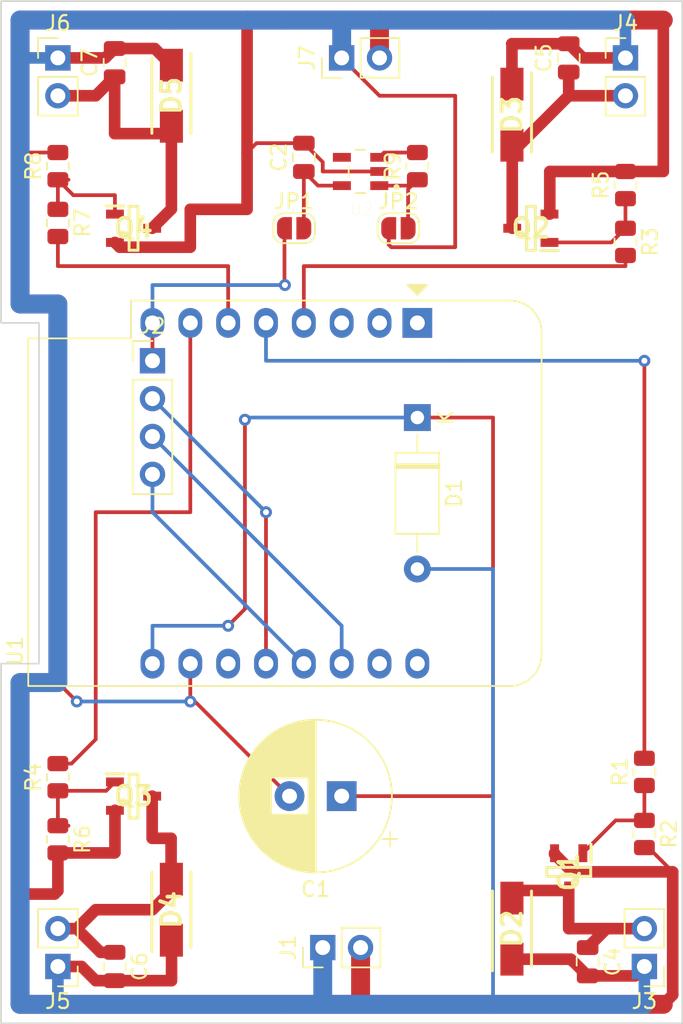
<source format=kicad_pcb>
(kicad_pcb (version 20171130) (host pcbnew 5.1.7-a382d34a8~88~ubuntu18.04.1)

  (general
    (thickness 1.6)
    (drawings 18)
    (tracks 205)
    (zones 0)
    (modules 35)
    (nets 29)
  )

  (page A4)
  (layers
    (0 F.Cu signal)
    (31 B.Cu signal)
    (32 B.Adhes user)
    (33 F.Adhes user)
    (34 B.Paste user)
    (35 F.Paste user)
    (36 B.SilkS user)
    (37 F.SilkS user)
    (38 B.Mask user)
    (39 F.Mask user)
    (40 Dwgs.User user)
    (41 Cmts.User user)
    (42 Eco1.User user)
    (43 Eco2.User user)
    (44 Edge.Cuts user)
    (45 Margin user)
    (46 B.CrtYd user)
    (47 F.CrtYd user)
    (48 B.Fab user)
    (49 F.Fab user)
  )

  (setup
    (last_trace_width 0.25)
    (user_trace_width 0.78)
    (user_trace_width 1.27)
    (trace_clearance 0.2)
    (zone_clearance 0.508)
    (zone_45_only no)
    (trace_min 0.2)
    (via_size 0.8)
    (via_drill 0.4)
    (via_min_size 0.4)
    (via_min_drill 0.3)
    (uvia_size 0.3)
    (uvia_drill 0.1)
    (uvias_allowed no)
    (uvia_min_size 0.2)
    (uvia_min_drill 0.1)
    (edge_width 0.05)
    (segment_width 0.2)
    (pcb_text_width 0.3)
    (pcb_text_size 1.5 1.5)
    (mod_edge_width 0.12)
    (mod_text_size 1 1)
    (mod_text_width 0.15)
    (pad_size 1.524 1.524)
    (pad_drill 0.762)
    (pad_to_mask_clearance 0)
    (aux_axis_origin 0 0)
    (visible_elements FFFFFF7F)
    (pcbplotparams
      (layerselection 0x010fc_ffffffff)
      (usegerberextensions false)
      (usegerberattributes true)
      (usegerberadvancedattributes true)
      (creategerberjobfile true)
      (excludeedgelayer true)
      (linewidth 0.100000)
      (plotframeref false)
      (viasonmask false)
      (mode 1)
      (useauxorigin false)
      (hpglpennumber 1)
      (hpglpenspeed 20)
      (hpglpendiameter 15.000000)
      (psnegative false)
      (psa4output false)
      (plotreference true)
      (plotvalue true)
      (plotinvisibletext false)
      (padsonsilk false)
      (subtractmaskfromsilk false)
      (outputformat 1)
      (mirror false)
      (drillshape 0)
      (scaleselection 1)
      (outputdirectory "fabrication/v2/"))
  )

  (net 0 "")
  (net 1 "Net-(U1-Pad16)")
  (net 2 "Net-(U1-Pad15)")
  (net 3 "Net-(U1-Pad11)")
  (net 4 "Net-(R1-Pad2)")
  (net 5 "Net-(U1-Pad3)")
  (net 6 "Net-(U1-Pad1)")
  (net 7 "Net-(U1-Pad2)")
  (net 8 GND)
  (net 9 "Net-(C1-Pad1)")
  (net 10 "Net-(J2-Pad4)")
  (net 11 "Net-(J2-Pad3)")
  (net 12 "Net-(J2-Pad1)")
  (net 13 "Net-(R3-Pad2)")
  (net 14 "Net-(R4-Pad2)")
  (net 15 "Net-(R7-Pad2)")
  (net 16 "Net-(Q1-Pad1)")
  (net 17 "Net-(Q2-Pad1)")
  (net 18 "Net-(Q3-Pad1)")
  (net 19 "Net-(Q4-Pad1)")
  (net 20 "Net-(J2-Pad2)")
  (net 21 "Net-(C2-Pad1)")
  (net 22 "Net-(C4-Pad2)")
  (net 23 "Net-(C4-Pad1)")
  (net 24 "Net-(C5-Pad1)")
  (net 25 "Net-(C6-Pad1)")
  (net 26 "Net-(C7-Pad1)")
  (net 27 "Net-(R9-Pad2)")
  (net 28 "Net-(JP2-Pad2)")

  (net_class Default "This is the default net class."
    (clearance 0.2)
    (trace_width 0.25)
    (via_dia 0.8)
    (via_drill 0.4)
    (uvia_dia 0.3)
    (uvia_drill 0.1)
    (add_net GND)
    (add_net "Net-(C1-Pad1)")
    (add_net "Net-(C2-Pad1)")
    (add_net "Net-(C4-Pad1)")
    (add_net "Net-(C4-Pad2)")
    (add_net "Net-(C5-Pad1)")
    (add_net "Net-(C6-Pad1)")
    (add_net "Net-(C7-Pad1)")
    (add_net "Net-(J2-Pad1)")
    (add_net "Net-(J2-Pad2)")
    (add_net "Net-(J2-Pad3)")
    (add_net "Net-(J2-Pad4)")
    (add_net "Net-(JP2-Pad2)")
    (add_net "Net-(Q1-Pad1)")
    (add_net "Net-(Q2-Pad1)")
    (add_net "Net-(Q3-Pad1)")
    (add_net "Net-(Q4-Pad1)")
    (add_net "Net-(R1-Pad2)")
    (add_net "Net-(R3-Pad2)")
    (add_net "Net-(R4-Pad2)")
    (add_net "Net-(R7-Pad2)")
    (add_net "Net-(R9-Pad2)")
    (add_net "Net-(U1-Pad1)")
    (add_net "Net-(U1-Pad11)")
    (add_net "Net-(U1-Pad15)")
    (add_net "Net-(U1-Pad16)")
    (add_net "Net-(U1-Pad2)")
    (add_net "Net-(U1-Pad3)")
  )

  (module quadimodo_imported_footprints:DIOM5026X262N (layer F.Cu) (tedit 60842845) (tstamp 60842F7D)
    (at 36.83 31.75 270)
    (descr SS34A-1)
    (tags Diode)
    (path /60846759)
    (attr smd)
    (fp_text reference D5 (at 0 0 90) (layer F.SilkS)
      (effects (font (size 1.27 1.27) (thickness 0.254)))
    )
    (fp_text value SS34 (at 0 0 90) (layer F.SilkS) hide
      (effects (font (size 1.27 1.27) (thickness 0.254)))
    )
    (fp_text user %R (at 0 0 90) (layer F.Fab)
      (effects (font (size 1.27 1.27) (thickness 0.254)))
    )
    (fp_line (start -3.4 -1.7) (end 3.4 -1.7) (layer F.CrtYd) (width 0.05))
    (fp_line (start 3.4 -1.7) (end 3.4 1.7) (layer F.CrtYd) (width 0.05))
    (fp_line (start 3.4 1.7) (end -3.4 1.7) (layer F.CrtYd) (width 0.05))
    (fp_line (start -3.4 1.7) (end -3.4 -1.7) (layer F.CrtYd) (width 0.05))
    (fp_line (start -2.52 -1.312) (end 2.52 -1.312) (layer F.Fab) (width 0.1))
    (fp_line (start 2.52 -1.312) (end 2.52 1.312) (layer F.Fab) (width 0.1))
    (fp_line (start 2.52 1.312) (end -2.52 1.312) (layer F.Fab) (width 0.1))
    (fp_line (start -2.52 1.312) (end -2.52 -1.312) (layer F.Fab) (width 0.1))
    (fp_line (start -2.52 -0.538) (end -1.745 -1.312) (layer F.Fab) (width 0.1))
    (fp_line (start 2.52 -1.312) (end -2.825 -1.312) (layer F.SilkS) (width 0.2))
    (fp_line (start -2.52 1.312) (end 2.52 1.312) (layer F.SilkS) (width 0.2))
    (pad 1 smd rect (at -2.05 0) (size 1.55 2.2) (layers F.Cu F.Paste F.Mask)
      (net 22 "Net-(C4-Pad2)"))
    (pad 2 smd rect (at 2.05 0) (size 1.55 2.2) (layers F.Cu F.Paste F.Mask)
      (net 26 "Net-(C7-Pad1)"))
    (model SS34A.stp
      (at (xyz 0 0 0))
      (scale (xyz 1 1 1))
      (rotate (xyz 0 0 0))
    )
  )

  (module quadimodo_imported_footprints:DIOM5026X262N (layer F.Cu) (tedit 60842845) (tstamp 60841AF6)
    (at 36.83 86.36 90)
    (descr SS34A-1)
    (tags Diode)
    (path /60845C50)
    (attr smd)
    (fp_text reference D4 (at 0 0 90) (layer F.SilkS)
      (effects (font (size 1.27 1.27) (thickness 0.254)))
    )
    (fp_text value SS34 (at 0 0 90) (layer F.SilkS) hide
      (effects (font (size 1.27 1.27) (thickness 0.254)))
    )
    (fp_text user %R (at 0 0 90) (layer F.Fab)
      (effects (font (size 1.27 1.27) (thickness 0.254)))
    )
    (fp_line (start -3.4 -1.7) (end 3.4 -1.7) (layer F.CrtYd) (width 0.05))
    (fp_line (start 3.4 -1.7) (end 3.4 1.7) (layer F.CrtYd) (width 0.05))
    (fp_line (start 3.4 1.7) (end -3.4 1.7) (layer F.CrtYd) (width 0.05))
    (fp_line (start -3.4 1.7) (end -3.4 -1.7) (layer F.CrtYd) (width 0.05))
    (fp_line (start -2.52 -1.312) (end 2.52 -1.312) (layer F.Fab) (width 0.1))
    (fp_line (start 2.52 -1.312) (end 2.52 1.312) (layer F.Fab) (width 0.1))
    (fp_line (start 2.52 1.312) (end -2.52 1.312) (layer F.Fab) (width 0.1))
    (fp_line (start -2.52 1.312) (end -2.52 -1.312) (layer F.Fab) (width 0.1))
    (fp_line (start -2.52 -0.538) (end -1.745 -1.312) (layer F.Fab) (width 0.1))
    (fp_line (start 2.52 -1.312) (end -2.825 -1.312) (layer F.SilkS) (width 0.2))
    (fp_line (start -2.52 1.312) (end 2.52 1.312) (layer F.SilkS) (width 0.2))
    (pad 1 smd rect (at -2.05 0 180) (size 1.55 2.2) (layers F.Cu F.Paste F.Mask)
      (net 22 "Net-(C4-Pad2)"))
    (pad 2 smd rect (at 2.05 0 180) (size 1.55 2.2) (layers F.Cu F.Paste F.Mask)
      (net 25 "Net-(C6-Pad1)"))
    (model SS34A.stp
      (at (xyz 0 0 0))
      (scale (xyz 1 1 1))
      (rotate (xyz 0 0 0))
    )
  )

  (module quadimodo_imported_footprints:DIOM5026X262N (layer F.Cu) (tedit 60842845) (tstamp 608424C6)
    (at 59.69 33.02 270)
    (descr SS34A-1)
    (tags Diode)
    (path /608448DF)
    (attr smd)
    (fp_text reference D3 (at 0 0 90) (layer F.SilkS)
      (effects (font (size 1.27 1.27) (thickness 0.254)))
    )
    (fp_text value SS34 (at 0 0 90) (layer F.SilkS) hide
      (effects (font (size 1.27 1.27) (thickness 0.254)))
    )
    (fp_text user %R (at 0 0 90) (layer F.Fab)
      (effects (font (size 1.27 1.27) (thickness 0.254)))
    )
    (fp_line (start -3.4 -1.7) (end 3.4 -1.7) (layer F.CrtYd) (width 0.05))
    (fp_line (start 3.4 -1.7) (end 3.4 1.7) (layer F.CrtYd) (width 0.05))
    (fp_line (start 3.4 1.7) (end -3.4 1.7) (layer F.CrtYd) (width 0.05))
    (fp_line (start -3.4 1.7) (end -3.4 -1.7) (layer F.CrtYd) (width 0.05))
    (fp_line (start -2.52 -1.312) (end 2.52 -1.312) (layer F.Fab) (width 0.1))
    (fp_line (start 2.52 -1.312) (end 2.52 1.312) (layer F.Fab) (width 0.1))
    (fp_line (start 2.52 1.312) (end -2.52 1.312) (layer F.Fab) (width 0.1))
    (fp_line (start -2.52 1.312) (end -2.52 -1.312) (layer F.Fab) (width 0.1))
    (fp_line (start -2.52 -0.538) (end -1.745 -1.312) (layer F.Fab) (width 0.1))
    (fp_line (start 2.52 -1.312) (end -2.825 -1.312) (layer F.SilkS) (width 0.2))
    (fp_line (start -2.52 1.312) (end 2.52 1.312) (layer F.SilkS) (width 0.2))
    (pad 1 smd rect (at -2.05 0) (size 1.55 2.2) (layers F.Cu F.Paste F.Mask)
      (net 22 "Net-(C4-Pad2)"))
    (pad 2 smd rect (at 2.05 0) (size 1.55 2.2) (layers F.Cu F.Paste F.Mask)
      (net 24 "Net-(C5-Pad1)"))
    (model SS34A.stp
      (at (xyz 0 0 0))
      (scale (xyz 1 1 1))
      (rotate (xyz 0 0 0))
    )
  )

  (module quadimodo_imported_footprints:DIOM5026X262N (layer F.Cu) (tedit 60842845) (tstamp 60841AD4)
    (at 59.69 87.63 90)
    (descr SS34A-1)
    (tags Diode)
    (path /6086441C)
    (attr smd)
    (fp_text reference D2 (at 0 0 90) (layer F.SilkS)
      (effects (font (size 1.27 1.27) (thickness 0.254)))
    )
    (fp_text value SS34 (at 0 0 90) (layer F.SilkS) hide
      (effects (font (size 1.27 1.27) (thickness 0.254)))
    )
    (fp_text user %R (at 0 0 90) (layer F.Fab)
      (effects (font (size 1.27 1.27) (thickness 0.254)))
    )
    (fp_line (start -3.4 -1.7) (end 3.4 -1.7) (layer F.CrtYd) (width 0.05))
    (fp_line (start 3.4 -1.7) (end 3.4 1.7) (layer F.CrtYd) (width 0.05))
    (fp_line (start 3.4 1.7) (end -3.4 1.7) (layer F.CrtYd) (width 0.05))
    (fp_line (start -3.4 1.7) (end -3.4 -1.7) (layer F.CrtYd) (width 0.05))
    (fp_line (start -2.52 -1.312) (end 2.52 -1.312) (layer F.Fab) (width 0.1))
    (fp_line (start 2.52 -1.312) (end 2.52 1.312) (layer F.Fab) (width 0.1))
    (fp_line (start 2.52 1.312) (end -2.52 1.312) (layer F.Fab) (width 0.1))
    (fp_line (start -2.52 1.312) (end -2.52 -1.312) (layer F.Fab) (width 0.1))
    (fp_line (start -2.52 -0.538) (end -1.745 -1.312) (layer F.Fab) (width 0.1))
    (fp_line (start 2.52 -1.312) (end -2.825 -1.312) (layer F.SilkS) (width 0.2))
    (fp_line (start -2.52 1.312) (end 2.52 1.312) (layer F.SilkS) (width 0.2))
    (pad 1 smd rect (at -2.05 0 180) (size 1.55 2.2) (layers F.Cu F.Paste F.Mask)
      (net 22 "Net-(C4-Pad2)"))
    (pad 2 smd rect (at 2.05 0 180) (size 1.55 2.2) (layers F.Cu F.Paste F.Mask)
      (net 23 "Net-(C4-Pad1)"))
    (model SS34A.stp
      (at (xyz 0 0 0))
      (scale (xyz 1 1 1))
      (rotate (xyz 0 0 0))
    )
  )

  (module Capacitor_THT:CP_Radial_D10.0mm_P3.50mm (layer F.Cu) (tedit 5AE50EF0) (tstamp 608451BF)
    (at 48.26 78.74 180)
    (descr "CP, Radial series, Radial, pin pitch=3.50mm, , diameter=10mm, Electrolytic Capacitor")
    (tags "CP Radial series Radial pin pitch 3.50mm  diameter 10mm Electrolytic Capacitor")
    (path /60758182)
    (fp_text reference C1 (at 1.75 -6.25) (layer F.SilkS)
      (effects (font (size 1 1) (thickness 0.15)))
    )
    (fp_text value 1500uf (at 1.75 6.25) (layer F.Fab)
      (effects (font (size 1 1) (thickness 0.15)))
    )
    (fp_line (start -3.229646 -3.375) (end -3.229646 -2.375) (layer F.SilkS) (width 0.12))
    (fp_line (start -3.729646 -2.875) (end -2.729646 -2.875) (layer F.SilkS) (width 0.12))
    (fp_line (start 6.831 -0.599) (end 6.831 0.599) (layer F.SilkS) (width 0.12))
    (fp_line (start 6.791 -0.862) (end 6.791 0.862) (layer F.SilkS) (width 0.12))
    (fp_line (start 6.751 -1.062) (end 6.751 1.062) (layer F.SilkS) (width 0.12))
    (fp_line (start 6.711 -1.23) (end 6.711 1.23) (layer F.SilkS) (width 0.12))
    (fp_line (start 6.671 -1.378) (end 6.671 1.378) (layer F.SilkS) (width 0.12))
    (fp_line (start 6.631 -1.51) (end 6.631 1.51) (layer F.SilkS) (width 0.12))
    (fp_line (start 6.591 -1.63) (end 6.591 1.63) (layer F.SilkS) (width 0.12))
    (fp_line (start 6.551 -1.742) (end 6.551 1.742) (layer F.SilkS) (width 0.12))
    (fp_line (start 6.511 -1.846) (end 6.511 1.846) (layer F.SilkS) (width 0.12))
    (fp_line (start 6.471 -1.944) (end 6.471 1.944) (layer F.SilkS) (width 0.12))
    (fp_line (start 6.431 -2.037) (end 6.431 2.037) (layer F.SilkS) (width 0.12))
    (fp_line (start 6.391 -2.125) (end 6.391 2.125) (layer F.SilkS) (width 0.12))
    (fp_line (start 6.351 -2.209) (end 6.351 2.209) (layer F.SilkS) (width 0.12))
    (fp_line (start 6.311 -2.289) (end 6.311 2.289) (layer F.SilkS) (width 0.12))
    (fp_line (start 6.271 -2.365) (end 6.271 2.365) (layer F.SilkS) (width 0.12))
    (fp_line (start 6.231 -2.439) (end 6.231 2.439) (layer F.SilkS) (width 0.12))
    (fp_line (start 6.191 -2.51) (end 6.191 2.51) (layer F.SilkS) (width 0.12))
    (fp_line (start 6.151 -2.579) (end 6.151 2.579) (layer F.SilkS) (width 0.12))
    (fp_line (start 6.111 -2.645) (end 6.111 2.645) (layer F.SilkS) (width 0.12))
    (fp_line (start 6.071 -2.709) (end 6.071 2.709) (layer F.SilkS) (width 0.12))
    (fp_line (start 6.031 -2.77) (end 6.031 2.77) (layer F.SilkS) (width 0.12))
    (fp_line (start 5.991 -2.83) (end 5.991 2.83) (layer F.SilkS) (width 0.12))
    (fp_line (start 5.951 -2.889) (end 5.951 2.889) (layer F.SilkS) (width 0.12))
    (fp_line (start 5.911 -2.945) (end 5.911 2.945) (layer F.SilkS) (width 0.12))
    (fp_line (start 5.871 -3) (end 5.871 3) (layer F.SilkS) (width 0.12))
    (fp_line (start 5.831 -3.054) (end 5.831 3.054) (layer F.SilkS) (width 0.12))
    (fp_line (start 5.791 -3.106) (end 5.791 3.106) (layer F.SilkS) (width 0.12))
    (fp_line (start 5.751 -3.156) (end 5.751 3.156) (layer F.SilkS) (width 0.12))
    (fp_line (start 5.711 -3.206) (end 5.711 3.206) (layer F.SilkS) (width 0.12))
    (fp_line (start 5.671 -3.254) (end 5.671 3.254) (layer F.SilkS) (width 0.12))
    (fp_line (start 5.631 -3.301) (end 5.631 3.301) (layer F.SilkS) (width 0.12))
    (fp_line (start 5.591 -3.347) (end 5.591 3.347) (layer F.SilkS) (width 0.12))
    (fp_line (start 5.551 -3.392) (end 5.551 3.392) (layer F.SilkS) (width 0.12))
    (fp_line (start 5.511 -3.436) (end 5.511 3.436) (layer F.SilkS) (width 0.12))
    (fp_line (start 5.471 -3.478) (end 5.471 3.478) (layer F.SilkS) (width 0.12))
    (fp_line (start 5.431 -3.52) (end 5.431 3.52) (layer F.SilkS) (width 0.12))
    (fp_line (start 5.391 -3.561) (end 5.391 3.561) (layer F.SilkS) (width 0.12))
    (fp_line (start 5.351 -3.601) (end 5.351 3.601) (layer F.SilkS) (width 0.12))
    (fp_line (start 5.311 -3.64) (end 5.311 3.64) (layer F.SilkS) (width 0.12))
    (fp_line (start 5.271 -3.679) (end 5.271 3.679) (layer F.SilkS) (width 0.12))
    (fp_line (start 5.231 -3.716) (end 5.231 3.716) (layer F.SilkS) (width 0.12))
    (fp_line (start 5.191 -3.753) (end 5.191 3.753) (layer F.SilkS) (width 0.12))
    (fp_line (start 5.151 -3.789) (end 5.151 3.789) (layer F.SilkS) (width 0.12))
    (fp_line (start 5.111 -3.824) (end 5.111 3.824) (layer F.SilkS) (width 0.12))
    (fp_line (start 5.071 -3.858) (end 5.071 3.858) (layer F.SilkS) (width 0.12))
    (fp_line (start 5.031 -3.892) (end 5.031 3.892) (layer F.SilkS) (width 0.12))
    (fp_line (start 4.991 -3.925) (end 4.991 3.925) (layer F.SilkS) (width 0.12))
    (fp_line (start 4.951 -3.957) (end 4.951 3.957) (layer F.SilkS) (width 0.12))
    (fp_line (start 4.911 -3.989) (end 4.911 3.989) (layer F.SilkS) (width 0.12))
    (fp_line (start 4.871 -4.02) (end 4.871 4.02) (layer F.SilkS) (width 0.12))
    (fp_line (start 4.831 -4.05) (end 4.831 4.05) (layer F.SilkS) (width 0.12))
    (fp_line (start 4.791 -4.08) (end 4.791 4.08) (layer F.SilkS) (width 0.12))
    (fp_line (start 4.751 -4.11) (end 4.751 4.11) (layer F.SilkS) (width 0.12))
    (fp_line (start 4.711 1.241) (end 4.711 4.138) (layer F.SilkS) (width 0.12))
    (fp_line (start 4.711 -4.138) (end 4.711 -1.241) (layer F.SilkS) (width 0.12))
    (fp_line (start 4.671 1.241) (end 4.671 4.166) (layer F.SilkS) (width 0.12))
    (fp_line (start 4.671 -4.166) (end 4.671 -1.241) (layer F.SilkS) (width 0.12))
    (fp_line (start 4.631 1.241) (end 4.631 4.194) (layer F.SilkS) (width 0.12))
    (fp_line (start 4.631 -4.194) (end 4.631 -1.241) (layer F.SilkS) (width 0.12))
    (fp_line (start 4.591 1.241) (end 4.591 4.221) (layer F.SilkS) (width 0.12))
    (fp_line (start 4.591 -4.221) (end 4.591 -1.241) (layer F.SilkS) (width 0.12))
    (fp_line (start 4.551 1.241) (end 4.551 4.247) (layer F.SilkS) (width 0.12))
    (fp_line (start 4.551 -4.247) (end 4.551 -1.241) (layer F.SilkS) (width 0.12))
    (fp_line (start 4.511 1.241) (end 4.511 4.273) (layer F.SilkS) (width 0.12))
    (fp_line (start 4.511 -4.273) (end 4.511 -1.241) (layer F.SilkS) (width 0.12))
    (fp_line (start 4.471 1.241) (end 4.471 4.298) (layer F.SilkS) (width 0.12))
    (fp_line (start 4.471 -4.298) (end 4.471 -1.241) (layer F.SilkS) (width 0.12))
    (fp_line (start 4.431 1.241) (end 4.431 4.323) (layer F.SilkS) (width 0.12))
    (fp_line (start 4.431 -4.323) (end 4.431 -1.241) (layer F.SilkS) (width 0.12))
    (fp_line (start 4.391 1.241) (end 4.391 4.347) (layer F.SilkS) (width 0.12))
    (fp_line (start 4.391 -4.347) (end 4.391 -1.241) (layer F.SilkS) (width 0.12))
    (fp_line (start 4.351 1.241) (end 4.351 4.371) (layer F.SilkS) (width 0.12))
    (fp_line (start 4.351 -4.371) (end 4.351 -1.241) (layer F.SilkS) (width 0.12))
    (fp_line (start 4.311 1.241) (end 4.311 4.395) (layer F.SilkS) (width 0.12))
    (fp_line (start 4.311 -4.395) (end 4.311 -1.241) (layer F.SilkS) (width 0.12))
    (fp_line (start 4.271 1.241) (end 4.271 4.417) (layer F.SilkS) (width 0.12))
    (fp_line (start 4.271 -4.417) (end 4.271 -1.241) (layer F.SilkS) (width 0.12))
    (fp_line (start 4.231 1.241) (end 4.231 4.44) (layer F.SilkS) (width 0.12))
    (fp_line (start 4.231 -4.44) (end 4.231 -1.241) (layer F.SilkS) (width 0.12))
    (fp_line (start 4.191 1.241) (end 4.191 4.462) (layer F.SilkS) (width 0.12))
    (fp_line (start 4.191 -4.462) (end 4.191 -1.241) (layer F.SilkS) (width 0.12))
    (fp_line (start 4.151 1.241) (end 4.151 4.483) (layer F.SilkS) (width 0.12))
    (fp_line (start 4.151 -4.483) (end 4.151 -1.241) (layer F.SilkS) (width 0.12))
    (fp_line (start 4.111 1.241) (end 4.111 4.504) (layer F.SilkS) (width 0.12))
    (fp_line (start 4.111 -4.504) (end 4.111 -1.241) (layer F.SilkS) (width 0.12))
    (fp_line (start 4.071 1.241) (end 4.071 4.525) (layer F.SilkS) (width 0.12))
    (fp_line (start 4.071 -4.525) (end 4.071 -1.241) (layer F.SilkS) (width 0.12))
    (fp_line (start 4.031 1.241) (end 4.031 4.545) (layer F.SilkS) (width 0.12))
    (fp_line (start 4.031 -4.545) (end 4.031 -1.241) (layer F.SilkS) (width 0.12))
    (fp_line (start 3.991 1.241) (end 3.991 4.564) (layer F.SilkS) (width 0.12))
    (fp_line (start 3.991 -4.564) (end 3.991 -1.241) (layer F.SilkS) (width 0.12))
    (fp_line (start 3.951 1.241) (end 3.951 4.584) (layer F.SilkS) (width 0.12))
    (fp_line (start 3.951 -4.584) (end 3.951 -1.241) (layer F.SilkS) (width 0.12))
    (fp_line (start 3.911 1.241) (end 3.911 4.603) (layer F.SilkS) (width 0.12))
    (fp_line (start 3.911 -4.603) (end 3.911 -1.241) (layer F.SilkS) (width 0.12))
    (fp_line (start 3.871 1.241) (end 3.871 4.621) (layer F.SilkS) (width 0.12))
    (fp_line (start 3.871 -4.621) (end 3.871 -1.241) (layer F.SilkS) (width 0.12))
    (fp_line (start 3.831 1.241) (end 3.831 4.639) (layer F.SilkS) (width 0.12))
    (fp_line (start 3.831 -4.639) (end 3.831 -1.241) (layer F.SilkS) (width 0.12))
    (fp_line (start 3.791 1.241) (end 3.791 4.657) (layer F.SilkS) (width 0.12))
    (fp_line (start 3.791 -4.657) (end 3.791 -1.241) (layer F.SilkS) (width 0.12))
    (fp_line (start 3.751 1.241) (end 3.751 4.674) (layer F.SilkS) (width 0.12))
    (fp_line (start 3.751 -4.674) (end 3.751 -1.241) (layer F.SilkS) (width 0.12))
    (fp_line (start 3.711 1.241) (end 3.711 4.69) (layer F.SilkS) (width 0.12))
    (fp_line (start 3.711 -4.69) (end 3.711 -1.241) (layer F.SilkS) (width 0.12))
    (fp_line (start 3.671 1.241) (end 3.671 4.707) (layer F.SilkS) (width 0.12))
    (fp_line (start 3.671 -4.707) (end 3.671 -1.241) (layer F.SilkS) (width 0.12))
    (fp_line (start 3.631 1.241) (end 3.631 4.723) (layer F.SilkS) (width 0.12))
    (fp_line (start 3.631 -4.723) (end 3.631 -1.241) (layer F.SilkS) (width 0.12))
    (fp_line (start 3.591 1.241) (end 3.591 4.738) (layer F.SilkS) (width 0.12))
    (fp_line (start 3.591 -4.738) (end 3.591 -1.241) (layer F.SilkS) (width 0.12))
    (fp_line (start 3.551 1.241) (end 3.551 4.754) (layer F.SilkS) (width 0.12))
    (fp_line (start 3.551 -4.754) (end 3.551 -1.241) (layer F.SilkS) (width 0.12))
    (fp_line (start 3.511 1.241) (end 3.511 4.768) (layer F.SilkS) (width 0.12))
    (fp_line (start 3.511 -4.768) (end 3.511 -1.241) (layer F.SilkS) (width 0.12))
    (fp_line (start 3.471 1.241) (end 3.471 4.783) (layer F.SilkS) (width 0.12))
    (fp_line (start 3.471 -4.783) (end 3.471 -1.241) (layer F.SilkS) (width 0.12))
    (fp_line (start 3.431 1.241) (end 3.431 4.797) (layer F.SilkS) (width 0.12))
    (fp_line (start 3.431 -4.797) (end 3.431 -1.241) (layer F.SilkS) (width 0.12))
    (fp_line (start 3.391 1.241) (end 3.391 4.811) (layer F.SilkS) (width 0.12))
    (fp_line (start 3.391 -4.811) (end 3.391 -1.241) (layer F.SilkS) (width 0.12))
    (fp_line (start 3.351 1.241) (end 3.351 4.824) (layer F.SilkS) (width 0.12))
    (fp_line (start 3.351 -4.824) (end 3.351 -1.241) (layer F.SilkS) (width 0.12))
    (fp_line (start 3.311 1.241) (end 3.311 4.837) (layer F.SilkS) (width 0.12))
    (fp_line (start 3.311 -4.837) (end 3.311 -1.241) (layer F.SilkS) (width 0.12))
    (fp_line (start 3.271 1.241) (end 3.271 4.85) (layer F.SilkS) (width 0.12))
    (fp_line (start 3.271 -4.85) (end 3.271 -1.241) (layer F.SilkS) (width 0.12))
    (fp_line (start 3.231 1.241) (end 3.231 4.862) (layer F.SilkS) (width 0.12))
    (fp_line (start 3.231 -4.862) (end 3.231 -1.241) (layer F.SilkS) (width 0.12))
    (fp_line (start 3.191 1.241) (end 3.191 4.874) (layer F.SilkS) (width 0.12))
    (fp_line (start 3.191 -4.874) (end 3.191 -1.241) (layer F.SilkS) (width 0.12))
    (fp_line (start 3.151 1.241) (end 3.151 4.885) (layer F.SilkS) (width 0.12))
    (fp_line (start 3.151 -4.885) (end 3.151 -1.241) (layer F.SilkS) (width 0.12))
    (fp_line (start 3.111 1.241) (end 3.111 4.897) (layer F.SilkS) (width 0.12))
    (fp_line (start 3.111 -4.897) (end 3.111 -1.241) (layer F.SilkS) (width 0.12))
    (fp_line (start 3.071 1.241) (end 3.071 4.907) (layer F.SilkS) (width 0.12))
    (fp_line (start 3.071 -4.907) (end 3.071 -1.241) (layer F.SilkS) (width 0.12))
    (fp_line (start 3.031 1.241) (end 3.031 4.918) (layer F.SilkS) (width 0.12))
    (fp_line (start 3.031 -4.918) (end 3.031 -1.241) (layer F.SilkS) (width 0.12))
    (fp_line (start 2.991 1.241) (end 2.991 4.928) (layer F.SilkS) (width 0.12))
    (fp_line (start 2.991 -4.928) (end 2.991 -1.241) (layer F.SilkS) (width 0.12))
    (fp_line (start 2.951 1.241) (end 2.951 4.938) (layer F.SilkS) (width 0.12))
    (fp_line (start 2.951 -4.938) (end 2.951 -1.241) (layer F.SilkS) (width 0.12))
    (fp_line (start 2.911 1.241) (end 2.911 4.947) (layer F.SilkS) (width 0.12))
    (fp_line (start 2.911 -4.947) (end 2.911 -1.241) (layer F.SilkS) (width 0.12))
    (fp_line (start 2.871 1.241) (end 2.871 4.956) (layer F.SilkS) (width 0.12))
    (fp_line (start 2.871 -4.956) (end 2.871 -1.241) (layer F.SilkS) (width 0.12))
    (fp_line (start 2.831 1.241) (end 2.831 4.965) (layer F.SilkS) (width 0.12))
    (fp_line (start 2.831 -4.965) (end 2.831 -1.241) (layer F.SilkS) (width 0.12))
    (fp_line (start 2.791 1.241) (end 2.791 4.974) (layer F.SilkS) (width 0.12))
    (fp_line (start 2.791 -4.974) (end 2.791 -1.241) (layer F.SilkS) (width 0.12))
    (fp_line (start 2.751 1.241) (end 2.751 4.982) (layer F.SilkS) (width 0.12))
    (fp_line (start 2.751 -4.982) (end 2.751 -1.241) (layer F.SilkS) (width 0.12))
    (fp_line (start 2.711 1.241) (end 2.711 4.99) (layer F.SilkS) (width 0.12))
    (fp_line (start 2.711 -4.99) (end 2.711 -1.241) (layer F.SilkS) (width 0.12))
    (fp_line (start 2.671 1.241) (end 2.671 4.997) (layer F.SilkS) (width 0.12))
    (fp_line (start 2.671 -4.997) (end 2.671 -1.241) (layer F.SilkS) (width 0.12))
    (fp_line (start 2.631 1.241) (end 2.631 5.004) (layer F.SilkS) (width 0.12))
    (fp_line (start 2.631 -5.004) (end 2.631 -1.241) (layer F.SilkS) (width 0.12))
    (fp_line (start 2.591 1.241) (end 2.591 5.011) (layer F.SilkS) (width 0.12))
    (fp_line (start 2.591 -5.011) (end 2.591 -1.241) (layer F.SilkS) (width 0.12))
    (fp_line (start 2.551 1.241) (end 2.551 5.018) (layer F.SilkS) (width 0.12))
    (fp_line (start 2.551 -5.018) (end 2.551 -1.241) (layer F.SilkS) (width 0.12))
    (fp_line (start 2.511 1.241) (end 2.511 5.024) (layer F.SilkS) (width 0.12))
    (fp_line (start 2.511 -5.024) (end 2.511 -1.241) (layer F.SilkS) (width 0.12))
    (fp_line (start 2.471 1.241) (end 2.471 5.03) (layer F.SilkS) (width 0.12))
    (fp_line (start 2.471 -5.03) (end 2.471 -1.241) (layer F.SilkS) (width 0.12))
    (fp_line (start 2.43 1.241) (end 2.43 5.035) (layer F.SilkS) (width 0.12))
    (fp_line (start 2.43 -5.035) (end 2.43 -1.241) (layer F.SilkS) (width 0.12))
    (fp_line (start 2.39 1.241) (end 2.39 5.04) (layer F.SilkS) (width 0.12))
    (fp_line (start 2.39 -5.04) (end 2.39 -1.241) (layer F.SilkS) (width 0.12))
    (fp_line (start 2.35 1.241) (end 2.35 5.045) (layer F.SilkS) (width 0.12))
    (fp_line (start 2.35 -5.045) (end 2.35 -1.241) (layer F.SilkS) (width 0.12))
    (fp_line (start 2.31 1.241) (end 2.31 5.05) (layer F.SilkS) (width 0.12))
    (fp_line (start 2.31 -5.05) (end 2.31 -1.241) (layer F.SilkS) (width 0.12))
    (fp_line (start 2.27 1.241) (end 2.27 5.054) (layer F.SilkS) (width 0.12))
    (fp_line (start 2.27 -5.054) (end 2.27 -1.241) (layer F.SilkS) (width 0.12))
    (fp_line (start 2.23 -5.058) (end 2.23 5.058) (layer F.SilkS) (width 0.12))
    (fp_line (start 2.19 -5.062) (end 2.19 5.062) (layer F.SilkS) (width 0.12))
    (fp_line (start 2.15 -5.065) (end 2.15 5.065) (layer F.SilkS) (width 0.12))
    (fp_line (start 2.11 -5.068) (end 2.11 5.068) (layer F.SilkS) (width 0.12))
    (fp_line (start 2.07 -5.07) (end 2.07 5.07) (layer F.SilkS) (width 0.12))
    (fp_line (start 2.03 -5.073) (end 2.03 5.073) (layer F.SilkS) (width 0.12))
    (fp_line (start 1.99 -5.075) (end 1.99 5.075) (layer F.SilkS) (width 0.12))
    (fp_line (start 1.95 -5.077) (end 1.95 5.077) (layer F.SilkS) (width 0.12))
    (fp_line (start 1.91 -5.078) (end 1.91 5.078) (layer F.SilkS) (width 0.12))
    (fp_line (start 1.87 -5.079) (end 1.87 5.079) (layer F.SilkS) (width 0.12))
    (fp_line (start 1.83 -5.08) (end 1.83 5.08) (layer F.SilkS) (width 0.12))
    (fp_line (start 1.79 -5.08) (end 1.79 5.08) (layer F.SilkS) (width 0.12))
    (fp_line (start 1.75 -5.08) (end 1.75 5.08) (layer F.SilkS) (width 0.12))
    (fp_line (start -2.038861 -2.6875) (end -2.038861 -1.6875) (layer F.Fab) (width 0.1))
    (fp_line (start -2.538861 -2.1875) (end -1.538861 -2.1875) (layer F.Fab) (width 0.1))
    (fp_circle (center 1.75 0) (end 7 0) (layer F.CrtYd) (width 0.05))
    (fp_circle (center 1.75 0) (end 6.87 0) (layer F.SilkS) (width 0.12))
    (fp_circle (center 1.75 0) (end 6.75 0) (layer F.Fab) (width 0.1))
    (fp_text user %R (at 1.75 0) (layer F.Fab)
      (effects (font (size 1 1) (thickness 0.15)))
    )
    (pad 2 thru_hole circle (at 3.5 0 180) (size 2 2) (drill 1) (layers *.Cu *.Mask)
      (net 8 GND))
    (pad 1 thru_hole rect (at 0 0 180) (size 2 2) (drill 1) (layers *.Cu *.Mask)
      (net 9 "Net-(C1-Pad1)"))
    (model ${KISYS3DMOD}/Capacitor_THT.3dshapes/CP_Radial_D10.0mm_P3.50mm.wrl
      (at (xyz 0 0 0))
      (scale (xyz 1 1 1))
      (rotate (xyz 0 0 0))
    )
  )

  (module quadimodo_imported_footprints:SOT95P280X125-3N (layer F.Cu) (tedit 6077DD0A) (tstamp 60735E1C)
    (at 34.29 40.64)
    (descr SOT-23-3L)
    (tags "MOSFET (N-Channel)")
    (path /60724617)
    (attr smd)
    (fp_text reference Q4 (at 0 0) (layer F.SilkS)
      (effects (font (size 1.27 1.27) (thickness 0.254)))
    )
    (fp_text value AO3400 (at 0 0) (layer F.SilkS) hide
      (effects (font (size 1.27 1.27) (thickness 0.254)))
    )
    (fp_line (start -1.85 -1.5) (end -0.65 -1.5) (layer F.SilkS) (width 0.2))
    (fp_line (start -0.3 1.475) (end -0.3 -1.475) (layer F.SilkS) (width 0.2))
    (fp_line (start 0.3 1.475) (end -0.3 1.475) (layer F.SilkS) (width 0.2))
    (fp_line (start 0.3 -1.475) (end 0.3 1.475) (layer F.SilkS) (width 0.2))
    (fp_line (start -0.3 -1.475) (end 0.3 -1.475) (layer F.SilkS) (width 0.2))
    (fp_line (start -0.8 -0.525) (end 0.15 -1.475) (layer F.Fab) (width 0.1))
    (fp_line (start -0.8 1.475) (end -0.8 -1.475) (layer F.Fab) (width 0.1))
    (fp_line (start 0.8 1.475) (end -0.8 1.475) (layer F.Fab) (width 0.1))
    (fp_line (start 0.8 -1.475) (end 0.8 1.475) (layer F.Fab) (width 0.1))
    (fp_line (start -0.8 -1.475) (end 0.8 -1.475) (layer F.Fab) (width 0.1))
    (fp_line (start -2.1 1.8) (end -2.1 -1.8) (layer F.CrtYd) (width 0.05))
    (fp_line (start 2.1 1.8) (end -2.1 1.8) (layer F.CrtYd) (width 0.05))
    (fp_line (start 2.1 -1.8) (end 2.1 1.8) (layer F.CrtYd) (width 0.05))
    (fp_line (start -2.1 -1.8) (end 2.1 -1.8) (layer F.CrtYd) (width 0.05))
    (fp_text user %R (at 0 0) (layer F.Fab)
      (effects (font (size 1.27 1.27) (thickness 0.254)))
    )
    (pad 1 smd rect (at -1.25 -0.95 90) (size 0.6 1.2) (layers F.Cu F.Paste F.Mask)
      (net 19 "Net-(Q4-Pad1)"))
    (pad 2 smd rect (at -1.25 0.95 90) (size 0.6 1.2) (layers F.Cu F.Paste F.Mask)
      (net 8 GND))
    (pad 3 smd rect (at 1.25 0 90) (size 0.6 1.2) (layers F.Cu F.Paste F.Mask)
      (net 26 "Net-(C7-Pad1)"))
    (model AO3400A.stp
      (at (xyz 0 0 0))
      (scale (xyz 1 1 1))
      (rotate (xyz 0 0 0))
    )
  )

  (module quadimodo_imported_footprints:SOT95P280X125-3N (layer F.Cu) (tedit 6077DD0A) (tstamp 6071D24D)
    (at 34.29 78.74)
    (descr SOT-23-3L)
    (tags "MOSFET (N-Channel)")
    (path /60723DAC)
    (attr smd)
    (fp_text reference Q3 (at 0 0) (layer F.SilkS)
      (effects (font (size 1.27 1.27) (thickness 0.254)))
    )
    (fp_text value AO3400 (at 0 0) (layer F.SilkS) hide
      (effects (font (size 1.27 1.27) (thickness 0.254)))
    )
    (fp_line (start -1.85 -1.5) (end -0.65 -1.5) (layer F.SilkS) (width 0.2))
    (fp_line (start -0.3 1.475) (end -0.3 -1.475) (layer F.SilkS) (width 0.2))
    (fp_line (start 0.3 1.475) (end -0.3 1.475) (layer F.SilkS) (width 0.2))
    (fp_line (start 0.3 -1.475) (end 0.3 1.475) (layer F.SilkS) (width 0.2))
    (fp_line (start -0.3 -1.475) (end 0.3 -1.475) (layer F.SilkS) (width 0.2))
    (fp_line (start -0.8 -0.525) (end 0.15 -1.475) (layer F.Fab) (width 0.1))
    (fp_line (start -0.8 1.475) (end -0.8 -1.475) (layer F.Fab) (width 0.1))
    (fp_line (start 0.8 1.475) (end -0.8 1.475) (layer F.Fab) (width 0.1))
    (fp_line (start 0.8 -1.475) (end 0.8 1.475) (layer F.Fab) (width 0.1))
    (fp_line (start -0.8 -1.475) (end 0.8 -1.475) (layer F.Fab) (width 0.1))
    (fp_line (start -2.1 1.8) (end -2.1 -1.8) (layer F.CrtYd) (width 0.05))
    (fp_line (start 2.1 1.8) (end -2.1 1.8) (layer F.CrtYd) (width 0.05))
    (fp_line (start 2.1 -1.8) (end 2.1 1.8) (layer F.CrtYd) (width 0.05))
    (fp_line (start -2.1 -1.8) (end 2.1 -1.8) (layer F.CrtYd) (width 0.05))
    (fp_text user %R (at 0 0) (layer F.Fab)
      (effects (font (size 1.27 1.27) (thickness 0.254)))
    )
    (pad 1 smd rect (at -1.25 -0.95 90) (size 0.6 1.2) (layers F.Cu F.Paste F.Mask)
      (net 18 "Net-(Q3-Pad1)"))
    (pad 2 smd rect (at -1.25 0.95 90) (size 0.6 1.2) (layers F.Cu F.Paste F.Mask)
      (net 8 GND))
    (pad 3 smd rect (at 1.25 0 90) (size 0.6 1.2) (layers F.Cu F.Paste F.Mask)
      (net 25 "Net-(C6-Pad1)"))
    (model AO3400A.stp
      (at (xyz 0 0 0))
      (scale (xyz 1 1 1))
      (rotate (xyz 0 0 0))
    )
  )

  (module quadimodo_imported_footprints:SOT95P280X125-3N (layer F.Cu) (tedit 6077DD0A) (tstamp 6071D237)
    (at 60.96 40.64 180)
    (descr SOT-23-3L)
    (tags "MOSFET (N-Channel)")
    (path /60720447)
    (attr smd)
    (fp_text reference Q2 (at 0 0) (layer F.SilkS)
      (effects (font (size 1.27 1.27) (thickness 0.254)))
    )
    (fp_text value AO3400 (at 0 0) (layer F.SilkS) hide
      (effects (font (size 1.27 1.27) (thickness 0.254)))
    )
    (fp_line (start -2.1 -1.8) (end 2.1 -1.8) (layer F.CrtYd) (width 0.05))
    (fp_line (start 2.1 -1.8) (end 2.1 1.8) (layer F.CrtYd) (width 0.05))
    (fp_line (start 2.1 1.8) (end -2.1 1.8) (layer F.CrtYd) (width 0.05))
    (fp_line (start -2.1 1.8) (end -2.1 -1.8) (layer F.CrtYd) (width 0.05))
    (fp_line (start -0.8 -1.475) (end 0.8 -1.475) (layer F.Fab) (width 0.1))
    (fp_line (start 0.8 -1.475) (end 0.8 1.475) (layer F.Fab) (width 0.1))
    (fp_line (start 0.8 1.475) (end -0.8 1.475) (layer F.Fab) (width 0.1))
    (fp_line (start -0.8 1.475) (end -0.8 -1.475) (layer F.Fab) (width 0.1))
    (fp_line (start -0.8 -0.525) (end 0.15 -1.475) (layer F.Fab) (width 0.1))
    (fp_line (start -0.3 -1.475) (end 0.3 -1.475) (layer F.SilkS) (width 0.2))
    (fp_line (start 0.3 -1.475) (end 0.3 1.475) (layer F.SilkS) (width 0.2))
    (fp_line (start 0.3 1.475) (end -0.3 1.475) (layer F.SilkS) (width 0.2))
    (fp_line (start -0.3 1.475) (end -0.3 -1.475) (layer F.SilkS) (width 0.2))
    (fp_line (start -1.85 -1.5) (end -0.65 -1.5) (layer F.SilkS) (width 0.2))
    (fp_text user %R (at 0 0) (layer F.Fab)
      (effects (font (size 1.27 1.27) (thickness 0.254)))
    )
    (pad 3 smd rect (at 1.25 0 270) (size 0.6 1.2) (layers F.Cu F.Paste F.Mask)
      (net 24 "Net-(C5-Pad1)"))
    (pad 2 smd rect (at -1.25 0.95 270) (size 0.6 1.2) (layers F.Cu F.Paste F.Mask)
      (net 8 GND))
    (pad 1 smd rect (at -1.25 -0.95 270) (size 0.6 1.2) (layers F.Cu F.Paste F.Mask)
      (net 17 "Net-(Q2-Pad1)"))
    (model AO3400A.stp
      (at (xyz 0 0 0))
      (scale (xyz 1 1 1))
      (rotate (xyz 0 0 0))
    )
  )

  (module quadimodo_imported_footprints:SOT95P280X125-3N (layer F.Cu) (tedit 6077DD0A) (tstamp 6071D221)
    (at 63.5 83.82 270)
    (descr SOT-23-3L)
    (tags "MOSFET (N-Channel)")
    (path /6071C0F5)
    (attr smd)
    (fp_text reference Q1 (at 0 0 90) (layer F.SilkS)
      (effects (font (size 1.27 1.27) (thickness 0.254)))
    )
    (fp_text value AO3400 (at 0 0 90) (layer F.SilkS) hide
      (effects (font (size 1.27 1.27) (thickness 0.254)))
    )
    (fp_line (start -1.85 -1.5) (end -0.65 -1.5) (layer F.SilkS) (width 0.2))
    (fp_line (start -0.3 1.475) (end -0.3 -1.475) (layer F.SilkS) (width 0.2))
    (fp_line (start 0.3 1.475) (end -0.3 1.475) (layer F.SilkS) (width 0.2))
    (fp_line (start 0.3 -1.475) (end 0.3 1.475) (layer F.SilkS) (width 0.2))
    (fp_line (start -0.3 -1.475) (end 0.3 -1.475) (layer F.SilkS) (width 0.2))
    (fp_line (start -0.8 -0.525) (end 0.15 -1.475) (layer F.Fab) (width 0.1))
    (fp_line (start -0.8 1.475) (end -0.8 -1.475) (layer F.Fab) (width 0.1))
    (fp_line (start 0.8 1.475) (end -0.8 1.475) (layer F.Fab) (width 0.1))
    (fp_line (start 0.8 -1.475) (end 0.8 1.475) (layer F.Fab) (width 0.1))
    (fp_line (start -0.8 -1.475) (end 0.8 -1.475) (layer F.Fab) (width 0.1))
    (fp_line (start -2.1 1.8) (end -2.1 -1.8) (layer F.CrtYd) (width 0.05))
    (fp_line (start 2.1 1.8) (end -2.1 1.8) (layer F.CrtYd) (width 0.05))
    (fp_line (start 2.1 -1.8) (end 2.1 1.8) (layer F.CrtYd) (width 0.05))
    (fp_line (start -2.1 -1.8) (end 2.1 -1.8) (layer F.CrtYd) (width 0.05))
    (fp_text user %R (at 0 0 90) (layer F.Fab)
      (effects (font (size 1.27 1.27) (thickness 0.254)))
    )
    (pad 1 smd rect (at -1.25 -0.95) (size 0.6 1.2) (layers F.Cu F.Paste F.Mask)
      (net 16 "Net-(Q1-Pad1)"))
    (pad 2 smd rect (at -1.25 0.95) (size 0.6 1.2) (layers F.Cu F.Paste F.Mask)
      (net 8 GND))
    (pad 3 smd rect (at 1.25 0) (size 0.6 1.2) (layers F.Cu F.Paste F.Mask)
      (net 23 "Net-(C4-Pad1)"))
    (model AO3400A.stp
      (at (xyz 0 0 0))
      (scale (xyz 1 1 1))
      (rotate (xyz 0 0 0))
    )
  )

  (module Jumper:SolderJumper-2_P1.3mm_Open_RoundedPad1.0x1.5mm (layer F.Cu) (tedit 5B391E66) (tstamp 6077F485)
    (at 45.07 40.64)
    (descr "SMD Solder Jumper, 1x1.5mm, rounded Pads, 0.3mm gap, open")
    (tags "solder jumper open")
    (path /607C1D02)
    (attr virtual)
    (fp_text reference JP1 (at 0 -1.8) (layer F.SilkS)
      (effects (font (size 1 1) (thickness 0.15)))
    )
    (fp_text value VRCONN (at 0 1.9) (layer F.Fab)
      (effects (font (size 1 1) (thickness 0.15)))
    )
    (fp_line (start -1.4 0.3) (end -1.4 -0.3) (layer F.SilkS) (width 0.12))
    (fp_line (start 0.7 1) (end -0.7 1) (layer F.SilkS) (width 0.12))
    (fp_line (start 1.4 -0.3) (end 1.4 0.3) (layer F.SilkS) (width 0.12))
    (fp_line (start -0.7 -1) (end 0.7 -1) (layer F.SilkS) (width 0.12))
    (fp_line (start -1.65 -1.25) (end 1.65 -1.25) (layer F.CrtYd) (width 0.05))
    (fp_line (start -1.65 -1.25) (end -1.65 1.25) (layer F.CrtYd) (width 0.05))
    (fp_line (start 1.65 1.25) (end 1.65 -1.25) (layer F.CrtYd) (width 0.05))
    (fp_line (start 1.65 1.25) (end -1.65 1.25) (layer F.CrtYd) (width 0.05))
    (fp_arc (start -0.7 -0.3) (end -0.7 -1) (angle -90) (layer F.SilkS) (width 0.12))
    (fp_arc (start -0.7 0.3) (end -1.4 0.3) (angle -90) (layer F.SilkS) (width 0.12))
    (fp_arc (start 0.7 0.3) (end 0.7 1) (angle -90) (layer F.SilkS) (width 0.12))
    (fp_arc (start 0.7 -0.3) (end 1.4 -0.3) (angle -90) (layer F.SilkS) (width 0.12))
    (pad 2 smd custom (at 0.65 0) (size 1 0.5) (layers F.Cu F.Mask)
      (net 21 "Net-(C2-Pad1)") (zone_connect 2)
      (options (clearance outline) (anchor rect))
      (primitives
        (gr_circle (center 0 0.25) (end 0.5 0.25) (width 0))
        (gr_circle (center 0 -0.25) (end 0.5 -0.25) (width 0))
        (gr_poly (pts
           (xy 0 -0.75) (xy -0.5 -0.75) (xy -0.5 0.75) (xy 0 0.75)) (width 0))
      ))
    (pad 1 smd custom (at -0.65 0) (size 1 0.5) (layers F.Cu F.Mask)
      (net 12 "Net-(J2-Pad1)") (zone_connect 2)
      (options (clearance outline) (anchor rect))
      (primitives
        (gr_circle (center 0 0.25) (end 0.5 0.25) (width 0))
        (gr_circle (center 0 -0.25) (end 0.5 -0.25) (width 0))
        (gr_poly (pts
           (xy 0 -0.75) (xy 0.5 -0.75) (xy 0.5 0.75) (xy 0 0.75)) (width 0))
      ))
  )

  (module Jumper:SolderJumper-2_P1.3mm_Open_RoundedPad1.0x1.5mm (layer F.Cu) (tedit 5B391E66) (tstamp 6077F8B4)
    (at 52.07 40.64)
    (descr "SMD Solder Jumper, 1x1.5mm, rounded Pads, 0.3mm gap, open")
    (tags "solder jumper open")
    (path /6079208A)
    (attr virtual)
    (fp_text reference JP2 (at 0 -1.8) (layer F.SilkS)
      (effects (font (size 1 1) (thickness 0.15)))
    )
    (fp_text value BCONN (at 0 1.9) (layer F.Fab)
      (effects (font (size 1 1) (thickness 0.15)))
    )
    (fp_line (start -1.4 0.3) (end -1.4 -0.3) (layer F.SilkS) (width 0.12))
    (fp_line (start 0.7 1) (end -0.7 1) (layer F.SilkS) (width 0.12))
    (fp_line (start 1.4 -0.3) (end 1.4 0.3) (layer F.SilkS) (width 0.12))
    (fp_line (start -0.7 -1) (end 0.7 -1) (layer F.SilkS) (width 0.12))
    (fp_line (start -1.65 -1.25) (end 1.65 -1.25) (layer F.CrtYd) (width 0.05))
    (fp_line (start -1.65 -1.25) (end -1.65 1.25) (layer F.CrtYd) (width 0.05))
    (fp_line (start 1.65 1.25) (end 1.65 -1.25) (layer F.CrtYd) (width 0.05))
    (fp_line (start 1.65 1.25) (end -1.65 1.25) (layer F.CrtYd) (width 0.05))
    (fp_arc (start -0.7 -0.3) (end -0.7 -1) (angle -90) (layer F.SilkS) (width 0.12))
    (fp_arc (start -0.7 0.3) (end -1.4 0.3) (angle -90) (layer F.SilkS) (width 0.12))
    (fp_arc (start 0.7 0.3) (end 0.7 1) (angle -90) (layer F.SilkS) (width 0.12))
    (fp_arc (start 0.7 -0.3) (end 1.4 -0.3) (angle -90) (layer F.SilkS) (width 0.12))
    (pad 2 smd custom (at 0.65 0) (size 1 0.5) (layers F.Cu F.Mask)
      (net 28 "Net-(JP2-Pad2)") (zone_connect 2)
      (options (clearance outline) (anchor rect))
      (primitives
        (gr_circle (center 0 0.25) (end 0.5 0.25) (width 0))
        (gr_circle (center 0 -0.25) (end 0.5 -0.25) (width 0))
        (gr_poly (pts
           (xy 0 -0.75) (xy -0.5 -0.75) (xy -0.5 0.75) (xy 0 0.75)) (width 0))
      ))
    (pad 1 smd custom (at -0.65 0) (size 1 0.5) (layers F.Cu F.Mask)
      (net 22 "Net-(C4-Pad2)") (zone_connect 2)
      (options (clearance outline) (anchor rect))
      (primitives
        (gr_circle (center 0 0.25) (end 0.5 0.25) (width 0))
        (gr_circle (center 0 -0.25) (end 0.5 -0.25) (width 0))
        (gr_poly (pts
           (xy 0 -0.75) (xy 0.5 -0.75) (xy 0.5 0.75) (xy 0 0.75)) (width 0))
      ))
  )

  (module quadimodo_imported_footprints:SOT95P280X145-5N (layer F.Cu) (tedit 60771451) (tstamp 608453AA)
    (at 49.53 36.83 180)
    (path /6077984B)
    (attr smd)
    (fp_text reference U2 (at -0.06 -2.508) (layer F.SilkS)
      (effects (font (size 0.8 0.8) (thickness 0.015)))
    )
    (fp_text value TLV75533PDBVR (at 5.528 2.508) (layer F.Fab)
      (effects (font (size 0.8 0.8) (thickness 0.015)))
    )
    (fp_circle (center -2.41 -1.05) (end -2.31 -1.05) (layer F.SilkS) (width 0.2))
    (fp_circle (center -2.41 -1.05) (end -2.31 -1.05) (layer F.Fab) (width 0.2))
    (fp_line (start -0.33 -1.45) (end 0.33 -1.45) (layer F.SilkS) (width 0.127))
    (fp_line (start 0.8 -0.335) (end 0.8 0.335) (layer F.SilkS) (width 0.127))
    (fp_line (start 0.33 1.45) (end -0.33 1.45) (layer F.SilkS) (width 0.127))
    (fp_line (start -0.8 1.45) (end -0.8 -1.45) (layer F.Fab) (width 0.127))
    (fp_line (start 0.8 -1.45) (end 0.8 1.45) (layer F.Fab) (width 0.127))
    (fp_line (start -0.8 -1.45) (end 0.8 -1.45) (layer F.Fab) (width 0.127))
    (fp_line (start 0.8 1.45) (end -0.8 1.45) (layer F.Fab) (width 0.127))
    (fp_line (start -2.11 -1.7) (end 2.11 -1.7) (layer F.CrtYd) (width 0.05))
    (fp_line (start 2.11 -1.7) (end 2.11 1.7) (layer F.CrtYd) (width 0.05))
    (fp_line (start 2.11 1.7) (end -2.11 1.7) (layer F.CrtYd) (width 0.05))
    (fp_line (start -2.11 1.7) (end -2.11 -1.7) (layer F.CrtYd) (width 0.05))
    (pad 1 smd rect (at -1.255 -0.95 180) (size 1.21 0.59) (layers F.Cu F.Paste F.Mask)
      (net 28 "Net-(JP2-Pad2)"))
    (pad 2 smd rect (at -1.255 0 180) (size 1.21 0.59) (layers F.Cu F.Paste F.Mask)
      (net 8 GND))
    (pad 3 smd rect (at -1.255 0.95 180) (size 1.21 0.59) (layers F.Cu F.Paste F.Mask)
      (net 27 "Net-(R9-Pad2)"))
    (pad 4 smd rect (at 1.255 0.95 180) (size 1.21 0.59) (layers F.Cu F.Paste F.Mask))
    (pad 5 smd rect (at 1.255 -0.95 180) (size 1.21 0.59) (layers F.Cu F.Paste F.Mask)
      (net 21 "Net-(C2-Pad1)"))
  )

  (module Resistor_SMD:R_0805_2012Metric (layer F.Cu) (tedit 5F68FEEE) (tstamp 6077C0DE)
    (at 53.34 36.4725 90)
    (descr "Resistor SMD 0805 (2012 Metric), square (rectangular) end terminal, IPC_7351 nominal, (Body size source: IPC-SM-782 page 72, https://www.pcb-3d.com/wordpress/wp-content/uploads/ipc-sm-782a_amendment_1_and_2.pdf), generated with kicad-footprint-generator")
    (tags resistor)
    (path /607B28EE)
    (attr smd)
    (fp_text reference R9 (at 0 -1.65 90) (layer F.SilkS)
      (effects (font (size 1 1) (thickness 0.15)))
    )
    (fp_text value 10k (at 0 1.65 90) (layer F.Fab)
      (effects (font (size 1 1) (thickness 0.15)))
    )
    (fp_line (start -1 0.625) (end -1 -0.625) (layer F.Fab) (width 0.1))
    (fp_line (start -1 -0.625) (end 1 -0.625) (layer F.Fab) (width 0.1))
    (fp_line (start 1 -0.625) (end 1 0.625) (layer F.Fab) (width 0.1))
    (fp_line (start 1 0.625) (end -1 0.625) (layer F.Fab) (width 0.1))
    (fp_line (start -0.227064 -0.735) (end 0.227064 -0.735) (layer F.SilkS) (width 0.12))
    (fp_line (start -0.227064 0.735) (end 0.227064 0.735) (layer F.SilkS) (width 0.12))
    (fp_line (start -1.68 0.95) (end -1.68 -0.95) (layer F.CrtYd) (width 0.05))
    (fp_line (start -1.68 -0.95) (end 1.68 -0.95) (layer F.CrtYd) (width 0.05))
    (fp_line (start 1.68 -0.95) (end 1.68 0.95) (layer F.CrtYd) (width 0.05))
    (fp_line (start 1.68 0.95) (end -1.68 0.95) (layer F.CrtYd) (width 0.05))
    (fp_text user %R (at 0 0 90) (layer F.Fab)
      (effects (font (size 0.5 0.5) (thickness 0.08)))
    )
    (pad 2 smd roundrect (at 0.9125 0 90) (size 1.025 1.4) (layers F.Cu F.Paste F.Mask) (roundrect_rratio 0.2439004878048781)
      (net 27 "Net-(R9-Pad2)"))
    (pad 1 smd roundrect (at -0.9125 0 90) (size 1.025 1.4) (layers F.Cu F.Paste F.Mask) (roundrect_rratio 0.2439004878048781)
      (net 28 "Net-(JP2-Pad2)"))
    (model ${KISYS3DMOD}/Resistor_SMD.3dshapes/R_0805_2012Metric.wrl
      (at (xyz 0 0 0))
      (scale (xyz 1 1 1))
      (rotate (xyz 0 0 0))
    )
  )

  (module Connector_PinHeader_2.54mm:PinHeader_1x02_P2.54mm_Vertical (layer F.Cu) (tedit 59FED5CC) (tstamp 6077885A)
    (at 48.26 29.21 90)
    (descr "Through hole straight pin header, 1x02, 2.54mm pitch, single row")
    (tags "Through hole pin header THT 1x02 2.54mm single row")
    (path /6079419A)
    (fp_text reference J7 (at 0 -2.33 90) (layer F.SilkS)
      (effects (font (size 1 1) (thickness 0.15)))
    )
    (fp_text value 3.9vBatt (at 0 4.87 90) (layer F.Fab)
      (effects (font (size 1 1) (thickness 0.15)))
    )
    (fp_line (start -0.635 -1.27) (end 1.27 -1.27) (layer F.Fab) (width 0.1))
    (fp_line (start 1.27 -1.27) (end 1.27 3.81) (layer F.Fab) (width 0.1))
    (fp_line (start 1.27 3.81) (end -1.27 3.81) (layer F.Fab) (width 0.1))
    (fp_line (start -1.27 3.81) (end -1.27 -0.635) (layer F.Fab) (width 0.1))
    (fp_line (start -1.27 -0.635) (end -0.635 -1.27) (layer F.Fab) (width 0.1))
    (fp_line (start -1.33 3.87) (end 1.33 3.87) (layer F.SilkS) (width 0.12))
    (fp_line (start -1.33 1.27) (end -1.33 3.87) (layer F.SilkS) (width 0.12))
    (fp_line (start 1.33 1.27) (end 1.33 3.87) (layer F.SilkS) (width 0.12))
    (fp_line (start -1.33 1.27) (end 1.33 1.27) (layer F.SilkS) (width 0.12))
    (fp_line (start -1.33 0) (end -1.33 -1.33) (layer F.SilkS) (width 0.12))
    (fp_line (start -1.33 -1.33) (end 0 -1.33) (layer F.SilkS) (width 0.12))
    (fp_line (start -1.8 -1.8) (end -1.8 4.35) (layer F.CrtYd) (width 0.05))
    (fp_line (start -1.8 4.35) (end 1.8 4.35) (layer F.CrtYd) (width 0.05))
    (fp_line (start 1.8 4.35) (end 1.8 -1.8) (layer F.CrtYd) (width 0.05))
    (fp_line (start 1.8 -1.8) (end -1.8 -1.8) (layer F.CrtYd) (width 0.05))
    (fp_text user %R (at 0 1.27) (layer F.Fab)
      (effects (font (size 1 1) (thickness 0.15)))
    )
    (pad 2 thru_hole oval (at 0 2.54 90) (size 1.7 1.7) (drill 1) (layers *.Cu *.Mask)
      (net 8 GND))
    (pad 1 thru_hole rect (at 0 0 90) (size 1.7 1.7) (drill 1) (layers *.Cu *.Mask)
      (net 22 "Net-(C4-Pad2)"))
    (model ${KISYS3DMOD}/Connector_PinHeader_2.54mm.3dshapes/PinHeader_1x02_P2.54mm_Vertical.wrl
      (at (xyz 0 0 0))
      (scale (xyz 1 1 1))
      (rotate (xyz 0 0 0))
    )
  )

  (module Capacitor_SMD:C_0805_2012Metric (layer F.Cu) (tedit 5F68FEEE) (tstamp 607788F4)
    (at 33.02 29.53 90)
    (descr "Capacitor SMD 0805 (2012 Metric), square (rectangular) end terminal, IPC_7351 nominal, (Body size source: IPC-SM-782 page 76, https://www.pcb-3d.com/wordpress/wp-content/uploads/ipc-sm-782a_amendment_1_and_2.pdf, https://docs.google.com/spreadsheets/d/1BsfQQcO9C6DZCsRaXUlFlo91Tg2WpOkGARC1WS5S8t0/edit?usp=sharing), generated with kicad-footprint-generator")
    (tags capacitor)
    (path /608058ED)
    (attr smd)
    (fp_text reference C7 (at 0 -1.68 90) (layer F.SilkS)
      (effects (font (size 1 1) (thickness 0.15)))
    )
    (fp_text value 1uf (at 0 1.68 90) (layer F.Fab)
      (effects (font (size 1 1) (thickness 0.15)))
    )
    (fp_line (start -1 0.625) (end -1 -0.625) (layer F.Fab) (width 0.1))
    (fp_line (start -1 -0.625) (end 1 -0.625) (layer F.Fab) (width 0.1))
    (fp_line (start 1 -0.625) (end 1 0.625) (layer F.Fab) (width 0.1))
    (fp_line (start 1 0.625) (end -1 0.625) (layer F.Fab) (width 0.1))
    (fp_line (start -0.261252 -0.735) (end 0.261252 -0.735) (layer F.SilkS) (width 0.12))
    (fp_line (start -0.261252 0.735) (end 0.261252 0.735) (layer F.SilkS) (width 0.12))
    (fp_line (start -1.7 0.98) (end -1.7 -0.98) (layer F.CrtYd) (width 0.05))
    (fp_line (start -1.7 -0.98) (end 1.7 -0.98) (layer F.CrtYd) (width 0.05))
    (fp_line (start 1.7 -0.98) (end 1.7 0.98) (layer F.CrtYd) (width 0.05))
    (fp_line (start 1.7 0.98) (end -1.7 0.98) (layer F.CrtYd) (width 0.05))
    (fp_text user %R (at 0 0 90) (layer F.Fab)
      (effects (font (size 0.5 0.5) (thickness 0.08)))
    )
    (pad 2 smd roundrect (at 0.95 0 90) (size 1 1.45) (layers F.Cu F.Paste F.Mask) (roundrect_rratio 0.25)
      (net 22 "Net-(C4-Pad2)"))
    (pad 1 smd roundrect (at -0.95 0 90) (size 1 1.45) (layers F.Cu F.Paste F.Mask) (roundrect_rratio 0.25)
      (net 26 "Net-(C7-Pad1)"))
    (model ${KISYS3DMOD}/Capacitor_SMD.3dshapes/C_0805_2012Metric.wrl
      (at (xyz 0 0 0))
      (scale (xyz 1 1 1))
      (rotate (xyz 0 0 0))
    )
  )

  (module Capacitor_SMD:C_0805_2012Metric (layer F.Cu) (tedit 5F68FEEE) (tstamp 608466C1)
    (at 33.02 90.17 270)
    (descr "Capacitor SMD 0805 (2012 Metric), square (rectangular) end terminal, IPC_7351 nominal, (Body size source: IPC-SM-782 page 76, https://www.pcb-3d.com/wordpress/wp-content/uploads/ipc-sm-782a_amendment_1_and_2.pdf, https://docs.google.com/spreadsheets/d/1BsfQQcO9C6DZCsRaXUlFlo91Tg2WpOkGARC1WS5S8t0/edit?usp=sharing), generated with kicad-footprint-generator")
    (tags capacitor)
    (path /60804F33)
    (attr smd)
    (fp_text reference C6 (at 0 -1.68 90) (layer F.SilkS)
      (effects (font (size 1 1) (thickness 0.15)))
    )
    (fp_text value 1uf (at 0 1.68 90) (layer F.Fab)
      (effects (font (size 1 1) (thickness 0.15)))
    )
    (fp_line (start -1 0.625) (end -1 -0.625) (layer F.Fab) (width 0.1))
    (fp_line (start -1 -0.625) (end 1 -0.625) (layer F.Fab) (width 0.1))
    (fp_line (start 1 -0.625) (end 1 0.625) (layer F.Fab) (width 0.1))
    (fp_line (start 1 0.625) (end -1 0.625) (layer F.Fab) (width 0.1))
    (fp_line (start -0.261252 -0.735) (end 0.261252 -0.735) (layer F.SilkS) (width 0.12))
    (fp_line (start -0.261252 0.735) (end 0.261252 0.735) (layer F.SilkS) (width 0.12))
    (fp_line (start -1.7 0.98) (end -1.7 -0.98) (layer F.CrtYd) (width 0.05))
    (fp_line (start -1.7 -0.98) (end 1.7 -0.98) (layer F.CrtYd) (width 0.05))
    (fp_line (start 1.7 -0.98) (end 1.7 0.98) (layer F.CrtYd) (width 0.05))
    (fp_line (start 1.7 0.98) (end -1.7 0.98) (layer F.CrtYd) (width 0.05))
    (fp_text user %R (at 0 0 90) (layer F.Fab)
      (effects (font (size 0.5 0.5) (thickness 0.08)))
    )
    (pad 2 smd roundrect (at 0.95 0 270) (size 1 1.45) (layers F.Cu F.Paste F.Mask) (roundrect_rratio 0.25)
      (net 22 "Net-(C4-Pad2)"))
    (pad 1 smd roundrect (at -0.95 0 270) (size 1 1.45) (layers F.Cu F.Paste F.Mask) (roundrect_rratio 0.25)
      (net 25 "Net-(C6-Pad1)"))
    (model ${KISYS3DMOD}/Capacitor_SMD.3dshapes/C_0805_2012Metric.wrl
      (at (xyz 0 0 0))
      (scale (xyz 1 1 1))
      (rotate (xyz 0 0 0))
    )
  )

  (module Capacitor_SMD:C_0805_2012Metric (layer F.Cu) (tedit 5F68FEEE) (tstamp 60778924)
    (at 63.5 29.21 90)
    (descr "Capacitor SMD 0805 (2012 Metric), square (rectangular) end terminal, IPC_7351 nominal, (Body size source: IPC-SM-782 page 76, https://www.pcb-3d.com/wordpress/wp-content/uploads/ipc-sm-782a_amendment_1_and_2.pdf, https://docs.google.com/spreadsheets/d/1BsfQQcO9C6DZCsRaXUlFlo91Tg2WpOkGARC1WS5S8t0/edit?usp=sharing), generated with kicad-footprint-generator")
    (tags capacitor)
    (path /60803C11)
    (attr smd)
    (fp_text reference C5 (at 0 -1.68 90) (layer F.SilkS)
      (effects (font (size 1 1) (thickness 0.15)))
    )
    (fp_text value 1uf (at 0 1.68 90) (layer F.Fab)
      (effects (font (size 1 1) (thickness 0.15)))
    )
    (fp_line (start -1 0.625) (end -1 -0.625) (layer F.Fab) (width 0.1))
    (fp_line (start -1 -0.625) (end 1 -0.625) (layer F.Fab) (width 0.1))
    (fp_line (start 1 -0.625) (end 1 0.625) (layer F.Fab) (width 0.1))
    (fp_line (start 1 0.625) (end -1 0.625) (layer F.Fab) (width 0.1))
    (fp_line (start -0.261252 -0.735) (end 0.261252 -0.735) (layer F.SilkS) (width 0.12))
    (fp_line (start -0.261252 0.735) (end 0.261252 0.735) (layer F.SilkS) (width 0.12))
    (fp_line (start -1.7 0.98) (end -1.7 -0.98) (layer F.CrtYd) (width 0.05))
    (fp_line (start -1.7 -0.98) (end 1.7 -0.98) (layer F.CrtYd) (width 0.05))
    (fp_line (start 1.7 -0.98) (end 1.7 0.98) (layer F.CrtYd) (width 0.05))
    (fp_line (start 1.7 0.98) (end -1.7 0.98) (layer F.CrtYd) (width 0.05))
    (fp_text user %R (at 0 0) (layer F.Fab)
      (effects (font (size 0.5 0.5) (thickness 0.08)))
    )
    (pad 2 smd roundrect (at 0.95 0 90) (size 1 1.45) (layers F.Cu F.Paste F.Mask) (roundrect_rratio 0.25)
      (net 22 "Net-(C4-Pad2)"))
    (pad 1 smd roundrect (at -0.95 0 90) (size 1 1.45) (layers F.Cu F.Paste F.Mask) (roundrect_rratio 0.25)
      (net 24 "Net-(C5-Pad1)"))
    (model ${KISYS3DMOD}/Capacitor_SMD.3dshapes/C_0805_2012Metric.wrl
      (at (xyz 0 0 0))
      (scale (xyz 1 1 1))
      (rotate (xyz 0 0 0))
    )
  )

  (module Capacitor_SMD:C_0805_2012Metric (layer F.Cu) (tedit 5F68FEEE) (tstamp 607788C4)
    (at 64.77 89.85 270)
    (descr "Capacitor SMD 0805 (2012 Metric), square (rectangular) end terminal, IPC_7351 nominal, (Body size source: IPC-SM-782 page 76, https://www.pcb-3d.com/wordpress/wp-content/uploads/ipc-sm-782a_amendment_1_and_2.pdf, https://docs.google.com/spreadsheets/d/1BsfQQcO9C6DZCsRaXUlFlo91Tg2WpOkGARC1WS5S8t0/edit?usp=sharing), generated with kicad-footprint-generator")
    (tags capacitor)
    (path /607BEA16)
    (attr smd)
    (fp_text reference C4 (at 0 -1.68 90) (layer F.SilkS)
      (effects (font (size 1 1) (thickness 0.15)))
    )
    (fp_text value 1uf (at 0 1.68 90) (layer F.Fab)
      (effects (font (size 1 1) (thickness 0.15)))
    )
    (fp_line (start -1 0.625) (end -1 -0.625) (layer F.Fab) (width 0.1))
    (fp_line (start -1 -0.625) (end 1 -0.625) (layer F.Fab) (width 0.1))
    (fp_line (start 1 -0.625) (end 1 0.625) (layer F.Fab) (width 0.1))
    (fp_line (start 1 0.625) (end -1 0.625) (layer F.Fab) (width 0.1))
    (fp_line (start -0.261252 -0.735) (end 0.261252 -0.735) (layer F.SilkS) (width 0.12))
    (fp_line (start -0.261252 0.735) (end 0.261252 0.735) (layer F.SilkS) (width 0.12))
    (fp_line (start -1.7 0.98) (end -1.7 -0.98) (layer F.CrtYd) (width 0.05))
    (fp_line (start -1.7 -0.98) (end 1.7 -0.98) (layer F.CrtYd) (width 0.05))
    (fp_line (start 1.7 -0.98) (end 1.7 0.98) (layer F.CrtYd) (width 0.05))
    (fp_line (start 1.7 0.98) (end -1.7 0.98) (layer F.CrtYd) (width 0.05))
    (fp_text user %R (at 0 0 90) (layer F.Fab)
      (effects (font (size 0.5 0.5) (thickness 0.08)))
    )
    (pad 2 smd roundrect (at 0.95 0 270) (size 1 1.45) (layers F.Cu F.Paste F.Mask) (roundrect_rratio 0.25)
      (net 22 "Net-(C4-Pad2)"))
    (pad 1 smd roundrect (at -0.95 0 270) (size 1 1.45) (layers F.Cu F.Paste F.Mask) (roundrect_rratio 0.25)
      (net 23 "Net-(C4-Pad1)"))
    (model ${KISYS3DMOD}/Capacitor_SMD.3dshapes/C_0805_2012Metric.wrl
      (at (xyz 0 0 0))
      (scale (xyz 1 1 1))
      (rotate (xyz 0 0 0))
    )
  )

  (module Capacitor_SMD:C_0805_2012Metric (layer F.Cu) (tedit 5F68FEEE) (tstamp 6077BFB1)
    (at 45.72 35.88 90)
    (descr "Capacitor SMD 0805 (2012 Metric), square (rectangular) end terminal, IPC_7351 nominal, (Body size source: IPC-SM-782 page 76, https://www.pcb-3d.com/wordpress/wp-content/uploads/ipc-sm-782a_amendment_1_and_2.pdf, https://docs.google.com/spreadsheets/d/1BsfQQcO9C6DZCsRaXUlFlo91Tg2WpOkGARC1WS5S8t0/edit?usp=sharing), generated with kicad-footprint-generator")
    (tags capacitor)
    (path /607A0855)
    (attr smd)
    (fp_text reference C2 (at 0 -1.68 90) (layer F.SilkS)
      (effects (font (size 1 1) (thickness 0.15)))
    )
    (fp_text value 1uf (at 0 1.68 90) (layer F.Fab)
      (effects (font (size 1 1) (thickness 0.15)))
    )
    (fp_line (start -1 0.625) (end -1 -0.625) (layer F.Fab) (width 0.1))
    (fp_line (start -1 -0.625) (end 1 -0.625) (layer F.Fab) (width 0.1))
    (fp_line (start 1 -0.625) (end 1 0.625) (layer F.Fab) (width 0.1))
    (fp_line (start 1 0.625) (end -1 0.625) (layer F.Fab) (width 0.1))
    (fp_line (start -0.261252 -0.735) (end 0.261252 -0.735) (layer F.SilkS) (width 0.12))
    (fp_line (start -0.261252 0.735) (end 0.261252 0.735) (layer F.SilkS) (width 0.12))
    (fp_line (start -1.7 0.98) (end -1.7 -0.98) (layer F.CrtYd) (width 0.05))
    (fp_line (start -1.7 -0.98) (end 1.7 -0.98) (layer F.CrtYd) (width 0.05))
    (fp_line (start 1.7 -0.98) (end 1.7 0.98) (layer F.CrtYd) (width 0.05))
    (fp_line (start 1.7 0.98) (end -1.7 0.98) (layer F.CrtYd) (width 0.05))
    (fp_text user %R (at 0 0 90) (layer F.Fab)
      (effects (font (size 0.5 0.5) (thickness 0.08)))
    )
    (pad 2 smd roundrect (at 0.95 0 90) (size 1 1.45) (layers F.Cu F.Paste F.Mask) (roundrect_rratio 0.25)
      (net 8 GND))
    (pad 1 smd roundrect (at -0.95 0 90) (size 1 1.45) (layers F.Cu F.Paste F.Mask) (roundrect_rratio 0.25)
      (net 21 "Net-(C2-Pad1)"))
    (model ${KISYS3DMOD}/Capacitor_SMD.3dshapes/C_0805_2012Metric.wrl
      (at (xyz 0 0 0))
      (scale (xyz 1 1 1))
      (rotate (xyz 0 0 0))
    )
  )

  (module Module:WEMOS_D1_mini_light (layer F.Cu) (tedit 5BBFB1CE) (tstamp 60842A95)
    (at 53.34 46.99 270)
    (descr "16-pin module, column spacing 22.86 mm (900 mils), https://wiki.wemos.cc/products:d1:d1_mini, https://c1.staticflickr.com/1/734/31400410271_f278b087db_z.jpg")
    (tags "ESP8266 WiFi microcontroller")
    (path /60713E45)
    (fp_text reference U1 (at 22 27 90) (layer F.SilkS)
      (effects (font (size 1 1) (thickness 0.15)))
    )
    (fp_text value WeMos_D1_mini (at 11.7 0 90) (layer F.Fab)
      (effects (font (size 1 1) (thickness 0.15)))
    )
    (fp_line (start 1.04 19.22) (end 1.04 26.12) (layer F.SilkS) (width 0.12))
    (fp_line (start -1.5 19.22) (end 1.04 19.22) (layer F.SilkS) (width 0.12))
    (fp_line (start -0.37 0) (end -1.37 -1) (layer F.Fab) (width 0.1))
    (fp_line (start -1.37 1) (end -0.37 0) (layer F.Fab) (width 0.1))
    (fp_line (start -1.37 -6.21) (end -1.37 -1) (layer F.Fab) (width 0.1))
    (fp_line (start 1.17 19.09) (end 1.17 25.99) (layer F.Fab) (width 0.1))
    (fp_line (start -1.37 19.09) (end 1.17 19.09) (layer F.Fab) (width 0.1))
    (fp_line (start -1.35 -7.4) (end -0.55 -8.2) (layer Dwgs.User) (width 0.1))
    (fp_line (start -1.3 -5.45) (end 1.45 -8.2) (layer Dwgs.User) (width 0.1))
    (fp_line (start -1.35 -3.4) (end 3.45 -8.2) (layer Dwgs.User) (width 0.1))
    (fp_line (start 22.65 -1.4) (end 24.25 -3) (layer Dwgs.User) (width 0.1))
    (fp_line (start 20.65 -1.4) (end 24.25 -5) (layer Dwgs.User) (width 0.1))
    (fp_line (start 18.65 -1.4) (end 24.25 -7) (layer Dwgs.User) (width 0.1))
    (fp_line (start 16.65 -1.4) (end 23.45 -8.2) (layer Dwgs.User) (width 0.1))
    (fp_line (start 14.65 -1.4) (end 21.45 -8.2) (layer Dwgs.User) (width 0.1))
    (fp_line (start 12.65 -1.4) (end 19.45 -8.2) (layer Dwgs.User) (width 0.1))
    (fp_line (start 10.65 -1.4) (end 17.45 -8.2) (layer Dwgs.User) (width 0.1))
    (fp_line (start 8.65 -1.4) (end 15.45 -8.2) (layer Dwgs.User) (width 0.1))
    (fp_line (start 6.65 -1.4) (end 13.45 -8.2) (layer Dwgs.User) (width 0.1))
    (fp_line (start 4.65 -1.4) (end 11.45 -8.2) (layer Dwgs.User) (width 0.1))
    (fp_line (start 2.65 -1.4) (end 9.45 -8.2) (layer Dwgs.User) (width 0.1))
    (fp_line (start 0.65 -1.4) (end 7.45 -8.2) (layer Dwgs.User) (width 0.1))
    (fp_line (start -1.35 -1.4) (end 5.45 -8.2) (layer Dwgs.User) (width 0.1))
    (fp_line (start -1.35 -8.2) (end -1.35 -1.4) (layer Dwgs.User) (width 0.1))
    (fp_line (start 24.25 -8.2) (end -1.35 -8.2) (layer Dwgs.User) (width 0.1))
    (fp_line (start 24.25 -1.4) (end 24.25 -8.2) (layer Dwgs.User) (width 0.1))
    (fp_line (start -1.35 -1.4) (end 24.25 -1.4) (layer Dwgs.User) (width 0.1))
    (fp_poly (pts (xy -2.54 -0.635) (xy -2.54 0.635) (xy -1.905 0)) (layer F.SilkS) (width 0.15))
    (fp_line (start -1.62 26.24) (end -1.62 -8.46) (layer F.CrtYd) (width 0.05))
    (fp_line (start 24.48 26.24) (end -1.62 26.24) (layer F.CrtYd) (width 0.05))
    (fp_line (start 24.48 -8.41) (end 24.48 26.24) (layer F.CrtYd) (width 0.05))
    (fp_line (start -1.62 -8.46) (end 24.48 -8.46) (layer F.CrtYd) (width 0.05))
    (fp_line (start -1.37 1) (end -1.37 19.09) (layer F.Fab) (width 0.1))
    (fp_line (start 22.23 -8.21) (end 0.63 -8.21) (layer F.Fab) (width 0.1))
    (fp_line (start 24.23 25.99) (end 24.23 -6.21) (layer F.Fab) (width 0.1))
    (fp_line (start 1.17 25.99) (end 24.23 25.99) (layer F.Fab) (width 0.1))
    (fp_line (start 22.24 -8.34) (end 0.63 -8.34) (layer F.SilkS) (width 0.12))
    (fp_line (start 24.36 26.12) (end 24.36 -6.21) (layer F.SilkS) (width 0.12))
    (fp_line (start -1.5 19.22) (end -1.5 -6.21) (layer F.SilkS) (width 0.12))
    (fp_line (start 1.04 26.12) (end 24.36 26.12) (layer F.SilkS) (width 0.12))
    (fp_text user "No copper" (at 11.43 -3.81 90) (layer Cmts.User)
      (effects (font (size 1 1) (thickness 0.15)))
    )
    (fp_text user "KEEP OUT" (at 11.43 -6.35 90) (layer Cmts.User)
      (effects (font (size 1 1) (thickness 0.15)))
    )
    (fp_arc (start 22.23 -6.21) (end 24.36 -6.21) (angle -90) (layer F.SilkS) (width 0.12))
    (fp_arc (start 0.63 -6.21) (end 0.63 -8.34) (angle -90) (layer F.SilkS) (width 0.12))
    (fp_arc (start 22.23 -6.21) (end 24.23 -6.19) (angle -90) (layer F.Fab) (width 0.1))
    (fp_arc (start 0.63 -6.21) (end 0.63 -8.21) (angle -90) (layer F.Fab) (width 0.1))
    (fp_text user %R (at 11.43 10 90) (layer F.Fab)
      (effects (font (size 1 1) (thickness 0.15)))
    )
    (pad 16 thru_hole oval (at 22.86 0 270) (size 2 1.6) (drill 1) (layers *.Cu *.Mask)
      (net 1 "Net-(U1-Pad16)"))
    (pad 15 thru_hole oval (at 22.86 2.54 270) (size 2 1.6) (drill 1) (layers *.Cu *.Mask)
      (net 2 "Net-(U1-Pad15)"))
    (pad 14 thru_hole oval (at 22.86 5.08 270) (size 2 1.6) (drill 1) (layers *.Cu *.Mask)
      (net 11 "Net-(J2-Pad3)"))
    (pad 13 thru_hole oval (at 22.86 7.62 270) (size 2 1.6) (drill 1) (layers *.Cu *.Mask)
      (net 10 "Net-(J2-Pad4)"))
    (pad 12 thru_hole oval (at 22.86 10.16 270) (size 2 1.6) (drill 1) (layers *.Cu *.Mask)
      (net 20 "Net-(J2-Pad2)"))
    (pad 11 thru_hole oval (at 22.86 12.7 270) (size 2 1.6) (drill 1) (layers *.Cu *.Mask)
      (net 3 "Net-(U1-Pad11)"))
    (pad 10 thru_hole oval (at 22.86 15.24 270) (size 2 1.6) (drill 1) (layers *.Cu *.Mask)
      (net 8 GND))
    (pad 9 thru_hole oval (at 22.86 17.78 270) (size 2 1.6) (drill 1) (layers *.Cu *.Mask)
      (net 9 "Net-(C1-Pad1)"))
    (pad 8 thru_hole oval (at 0 17.78 270) (size 2 1.6) (drill 1) (layers *.Cu *.Mask)
      (net 12 "Net-(J2-Pad1)"))
    (pad 7 thru_hole oval (at 0 15.24 270) (size 2 1.6) (drill 1) (layers *.Cu *.Mask)
      (net 14 "Net-(R4-Pad2)"))
    (pad 6 thru_hole oval (at 0 12.7 270) (size 2 1.6) (drill 1) (layers *.Cu *.Mask)
      (net 15 "Net-(R7-Pad2)"))
    (pad 5 thru_hole oval (at 0 10.16 270) (size 2 1.6) (drill 1) (layers *.Cu *.Mask)
      (net 4 "Net-(R1-Pad2)"))
    (pad 4 thru_hole oval (at 0 7.62 270) (size 2 1.6) (drill 1) (layers *.Cu *.Mask)
      (net 13 "Net-(R3-Pad2)"))
    (pad 3 thru_hole oval (at 0 5.08 270) (size 2 1.6) (drill 1) (layers *.Cu *.Mask)
      (net 5 "Net-(U1-Pad3)"))
    (pad 1 thru_hole rect (at 0 0 270) (size 2 2) (drill 1) (layers *.Cu *.Mask)
      (net 6 "Net-(U1-Pad1)"))
    (pad 2 thru_hole oval (at 0 2.54 270) (size 2 1.6) (drill 1) (layers *.Cu *.Mask)
      (net 7 "Net-(U1-Pad2)"))
    (model ${KISYS3DMOD}/Module.3dshapes/WEMOS_D1_mini_light.wrl
      (at (xyz 0 0 0))
      (scale (xyz 1 1 1))
      (rotate (xyz 0 0 0))
    )
    (model ${KISYS3DMOD}/Connector_PinHeader_2.54mm.3dshapes/PinHeader_1x08_P2.54mm_Vertical.wrl
      (offset (xyz 0 0 9.5))
      (scale (xyz 1 1 1))
      (rotate (xyz 0 -180 0))
    )
    (model ${KISYS3DMOD}/Connector_PinHeader_2.54mm.3dshapes/PinHeader_1x08_P2.54mm_Vertical.wrl
      (offset (xyz 22.86 0 9.5))
      (scale (xyz 1 1 1))
      (rotate (xyz 0 -180 0))
    )
    (model ${KISYS3DMOD}/Connector_PinSocket_2.54mm.3dshapes/PinSocket_1x08_P2.54mm_Vertical.wrl
      (at (xyz 0 0 0))
      (scale (xyz 1 1 1))
      (rotate (xyz 0 0 0))
    )
    (model ${KISYS3DMOD}/Connector_PinSocket_2.54mm.3dshapes/PinSocket_1x08_P2.54mm_Vertical.wrl
      (offset (xyz 22.86 0 0))
      (scale (xyz 1 1 1))
      (rotate (xyz 0 0 0))
    )
  )

  (module Connector_PinHeader_2.54mm:PinHeader_1x02_P2.54mm_Vertical (layer F.Cu) (tedit 59FED5CC) (tstamp 60735517)
    (at 29.21 29.21)
    (descr "Through hole straight pin header, 1x02, 2.54mm pitch, single row")
    (tags "Through hole pin header THT 1x02 2.54mm single row")
    (path /60832986)
    (fp_text reference J6 (at 0 -2.33) (layer F.SilkS)
      (effects (font (size 1 1) (thickness 0.15)))
    )
    (fp_text value Mot3 (at 0 4.87) (layer F.Fab)
      (effects (font (size 1 1) (thickness 0.15)))
    )
    (fp_line (start -0.635 -1.27) (end 1.27 -1.27) (layer F.Fab) (width 0.1))
    (fp_line (start 1.27 -1.27) (end 1.27 3.81) (layer F.Fab) (width 0.1))
    (fp_line (start 1.27 3.81) (end -1.27 3.81) (layer F.Fab) (width 0.1))
    (fp_line (start -1.27 3.81) (end -1.27 -0.635) (layer F.Fab) (width 0.1))
    (fp_line (start -1.27 -0.635) (end -0.635 -1.27) (layer F.Fab) (width 0.1))
    (fp_line (start -1.33 3.87) (end 1.33 3.87) (layer F.SilkS) (width 0.12))
    (fp_line (start -1.33 1.27) (end -1.33 3.87) (layer F.SilkS) (width 0.12))
    (fp_line (start 1.33 1.27) (end 1.33 3.87) (layer F.SilkS) (width 0.12))
    (fp_line (start -1.33 1.27) (end 1.33 1.27) (layer F.SilkS) (width 0.12))
    (fp_line (start -1.33 0) (end -1.33 -1.33) (layer F.SilkS) (width 0.12))
    (fp_line (start -1.33 -1.33) (end 0 -1.33) (layer F.SilkS) (width 0.12))
    (fp_line (start -1.8 -1.8) (end -1.8 4.35) (layer F.CrtYd) (width 0.05))
    (fp_line (start -1.8 4.35) (end 1.8 4.35) (layer F.CrtYd) (width 0.05))
    (fp_line (start 1.8 4.35) (end 1.8 -1.8) (layer F.CrtYd) (width 0.05))
    (fp_line (start 1.8 -1.8) (end -1.8 -1.8) (layer F.CrtYd) (width 0.05))
    (fp_text user %R (at 0 1.27 90) (layer F.Fab)
      (effects (font (size 1 1) (thickness 0.15)))
    )
    (pad 2 thru_hole oval (at 0 2.54) (size 1.7 1.7) (drill 1) (layers *.Cu *.Mask)
      (net 26 "Net-(C7-Pad1)"))
    (pad 1 thru_hole rect (at 0 0) (size 1.7 1.7) (drill 1) (layers *.Cu *.Mask)
      (net 22 "Net-(C4-Pad2)"))
    (model ${KISYS3DMOD}/Connector_PinHeader_2.54mm.3dshapes/PinHeader_1x02_P2.54mm_Vertical.wrl
      (at (xyz 0 0 0))
      (scale (xyz 1 1 1))
      (rotate (xyz 0 0 0))
    )
  )

  (module Connector_PinHeader_2.54mm:PinHeader_1x02_P2.54mm_Vertical (layer F.Cu) (tedit 59FED5CC) (tstamp 60735501)
    (at 29.21 90.17 180)
    (descr "Through hole straight pin header, 1x02, 2.54mm pitch, single row")
    (tags "Through hole pin header THT 1x02 2.54mm single row")
    (path /60832312)
    (fp_text reference J5 (at 0 -2.33) (layer F.SilkS)
      (effects (font (size 1 1) (thickness 0.15)))
    )
    (fp_text value Mot4 (at 0 4.87) (layer F.Fab)
      (effects (font (size 1 1) (thickness 0.15)))
    )
    (fp_line (start -0.635 -1.27) (end 1.27 -1.27) (layer F.Fab) (width 0.1))
    (fp_line (start 1.27 -1.27) (end 1.27 3.81) (layer F.Fab) (width 0.1))
    (fp_line (start 1.27 3.81) (end -1.27 3.81) (layer F.Fab) (width 0.1))
    (fp_line (start -1.27 3.81) (end -1.27 -0.635) (layer F.Fab) (width 0.1))
    (fp_line (start -1.27 -0.635) (end -0.635 -1.27) (layer F.Fab) (width 0.1))
    (fp_line (start -1.33 3.87) (end 1.33 3.87) (layer F.SilkS) (width 0.12))
    (fp_line (start -1.33 1.27) (end -1.33 3.87) (layer F.SilkS) (width 0.12))
    (fp_line (start 1.33 1.27) (end 1.33 3.87) (layer F.SilkS) (width 0.12))
    (fp_line (start -1.33 1.27) (end 1.33 1.27) (layer F.SilkS) (width 0.12))
    (fp_line (start -1.33 0) (end -1.33 -1.33) (layer F.SilkS) (width 0.12))
    (fp_line (start -1.33 -1.33) (end 0 -1.33) (layer F.SilkS) (width 0.12))
    (fp_line (start -1.8 -1.8) (end -1.8 4.35) (layer F.CrtYd) (width 0.05))
    (fp_line (start -1.8 4.35) (end 1.8 4.35) (layer F.CrtYd) (width 0.05))
    (fp_line (start 1.8 4.35) (end 1.8 -1.8) (layer F.CrtYd) (width 0.05))
    (fp_line (start 1.8 -1.8) (end -1.8 -1.8) (layer F.CrtYd) (width 0.05))
    (fp_text user %R (at 0 1.27 90) (layer F.Fab)
      (effects (font (size 1 1) (thickness 0.15)))
    )
    (pad 2 thru_hole oval (at 0 2.54 180) (size 1.7 1.7) (drill 1) (layers *.Cu *.Mask)
      (net 25 "Net-(C6-Pad1)"))
    (pad 1 thru_hole rect (at 0 0 180) (size 1.7 1.7) (drill 1) (layers *.Cu *.Mask)
      (net 22 "Net-(C4-Pad2)"))
    (model ${KISYS3DMOD}/Connector_PinHeader_2.54mm.3dshapes/PinHeader_1x02_P2.54mm_Vertical.wrl
      (at (xyz 0 0 0))
      (scale (xyz 1 1 1))
      (rotate (xyz 0 0 0))
    )
  )

  (module Connector_PinHeader_2.54mm:PinHeader_1x02_P2.54mm_Vertical (layer F.Cu) (tedit 59FED5CC) (tstamp 607354EB)
    (at 67.31 29.21)
    (descr "Through hole straight pin header, 1x02, 2.54mm pitch, single row")
    (tags "Through hole pin header THT 1x02 2.54mm single row")
    (path /60831734)
    (fp_text reference J4 (at 0 -2.33) (layer F.SilkS)
      (effects (font (size 1 1) (thickness 0.15)))
    )
    (fp_text value Mot1 (at 0 4.87) (layer F.Fab)
      (effects (font (size 1 1) (thickness 0.15)))
    )
    (fp_line (start -0.635 -1.27) (end 1.27 -1.27) (layer F.Fab) (width 0.1))
    (fp_line (start 1.27 -1.27) (end 1.27 3.81) (layer F.Fab) (width 0.1))
    (fp_line (start 1.27 3.81) (end -1.27 3.81) (layer F.Fab) (width 0.1))
    (fp_line (start -1.27 3.81) (end -1.27 -0.635) (layer F.Fab) (width 0.1))
    (fp_line (start -1.27 -0.635) (end -0.635 -1.27) (layer F.Fab) (width 0.1))
    (fp_line (start -1.33 3.87) (end 1.33 3.87) (layer F.SilkS) (width 0.12))
    (fp_line (start -1.33 1.27) (end -1.33 3.87) (layer F.SilkS) (width 0.12))
    (fp_line (start 1.33 1.27) (end 1.33 3.87) (layer F.SilkS) (width 0.12))
    (fp_line (start -1.33 1.27) (end 1.33 1.27) (layer F.SilkS) (width 0.12))
    (fp_line (start -1.33 0) (end -1.33 -1.33) (layer F.SilkS) (width 0.12))
    (fp_line (start -1.33 -1.33) (end 0 -1.33) (layer F.SilkS) (width 0.12))
    (fp_line (start -1.8 -1.8) (end -1.8 4.35) (layer F.CrtYd) (width 0.05))
    (fp_line (start -1.8 4.35) (end 1.8 4.35) (layer F.CrtYd) (width 0.05))
    (fp_line (start 1.8 4.35) (end 1.8 -1.8) (layer F.CrtYd) (width 0.05))
    (fp_line (start 1.8 -1.8) (end -1.8 -1.8) (layer F.CrtYd) (width 0.05))
    (fp_text user %R (at 0 1.27 90) (layer F.Fab)
      (effects (font (size 1 1) (thickness 0.15)))
    )
    (pad 2 thru_hole oval (at 0 2.54) (size 1.7 1.7) (drill 1) (layers *.Cu *.Mask)
      (net 24 "Net-(C5-Pad1)"))
    (pad 1 thru_hole rect (at 0 0) (size 1.7 1.7) (drill 1) (layers *.Cu *.Mask)
      (net 22 "Net-(C4-Pad2)"))
    (model ${KISYS3DMOD}/Connector_PinHeader_2.54mm.3dshapes/PinHeader_1x02_P2.54mm_Vertical.wrl
      (at (xyz 0 0 0))
      (scale (xyz 1 1 1))
      (rotate (xyz 0 0 0))
    )
  )

  (module Connector_PinHeader_2.54mm:PinHeader_1x02_P2.54mm_Vertical (layer F.Cu) (tedit 59FED5CC) (tstamp 60843356)
    (at 68.58 90.17 180)
    (descr "Through hole straight pin header, 1x02, 2.54mm pitch, single row")
    (tags "Through hole pin header THT 1x02 2.54mm single row")
    (path /6082FBEC)
    (fp_text reference J3 (at 0 -2.33) (layer F.SilkS)
      (effects (font (size 1 1) (thickness 0.15)))
    )
    (fp_text value Mot2 (at 0 4.87) (layer F.Fab)
      (effects (font (size 1 1) (thickness 0.15)))
    )
    (fp_line (start -0.635 -1.27) (end 1.27 -1.27) (layer F.Fab) (width 0.1))
    (fp_line (start 1.27 -1.27) (end 1.27 3.81) (layer F.Fab) (width 0.1))
    (fp_line (start 1.27 3.81) (end -1.27 3.81) (layer F.Fab) (width 0.1))
    (fp_line (start -1.27 3.81) (end -1.27 -0.635) (layer F.Fab) (width 0.1))
    (fp_line (start -1.27 -0.635) (end -0.635 -1.27) (layer F.Fab) (width 0.1))
    (fp_line (start -1.33 3.87) (end 1.33 3.87) (layer F.SilkS) (width 0.12))
    (fp_line (start -1.33 1.27) (end -1.33 3.87) (layer F.SilkS) (width 0.12))
    (fp_line (start 1.33 1.27) (end 1.33 3.87) (layer F.SilkS) (width 0.12))
    (fp_line (start -1.33 1.27) (end 1.33 1.27) (layer F.SilkS) (width 0.12))
    (fp_line (start -1.33 0) (end -1.33 -1.33) (layer F.SilkS) (width 0.12))
    (fp_line (start -1.33 -1.33) (end 0 -1.33) (layer F.SilkS) (width 0.12))
    (fp_line (start -1.8 -1.8) (end -1.8 4.35) (layer F.CrtYd) (width 0.05))
    (fp_line (start -1.8 4.35) (end 1.8 4.35) (layer F.CrtYd) (width 0.05))
    (fp_line (start 1.8 4.35) (end 1.8 -1.8) (layer F.CrtYd) (width 0.05))
    (fp_line (start 1.8 -1.8) (end -1.8 -1.8) (layer F.CrtYd) (width 0.05))
    (fp_text user %R (at 0 1.27 90) (layer F.Fab)
      (effects (font (size 1 1) (thickness 0.15)))
    )
    (pad 2 thru_hole oval (at 0 2.54 180) (size 1.7 1.7) (drill 1) (layers *.Cu *.Mask)
      (net 23 "Net-(C4-Pad1)"))
    (pad 1 thru_hole rect (at 0 0 180) (size 1.7 1.7) (drill 1) (layers *.Cu *.Mask)
      (net 22 "Net-(C4-Pad2)"))
    (model ${KISYS3DMOD}/Connector_PinHeader_2.54mm.3dshapes/PinHeader_1x02_P2.54mm_Vertical.wrl
      (at (xyz 0 0 0))
      (scale (xyz 1 1 1))
      (rotate (xyz 0 0 0))
    )
  )

  (module Connector_PinHeader_2.54mm:PinHeader_1x04_P2.54mm_Vertical (layer F.Cu) (tedit 59FED5CC) (tstamp 607196D4)
    (at 35.56 49.53)
    (descr "Through hole straight pin header, 1x04, 2.54mm pitch, single row")
    (tags "Through hole pin header THT 1x04 2.54mm single row")
    (path /60767104)
    (fp_text reference J2 (at 0 -2.33) (layer F.SilkS)
      (effects (font (size 1 1) (thickness 0.15)))
    )
    (fp_text value MPU6050 (at 0 9.95) (layer F.Fab)
      (effects (font (size 1 1) (thickness 0.15)))
    )
    (fp_line (start 1.8 -1.8) (end -1.8 -1.8) (layer F.CrtYd) (width 0.05))
    (fp_line (start 1.8 9.4) (end 1.8 -1.8) (layer F.CrtYd) (width 0.05))
    (fp_line (start -1.8 9.4) (end 1.8 9.4) (layer F.CrtYd) (width 0.05))
    (fp_line (start -1.8 -1.8) (end -1.8 9.4) (layer F.CrtYd) (width 0.05))
    (fp_line (start -1.33 -1.33) (end 0 -1.33) (layer F.SilkS) (width 0.12))
    (fp_line (start -1.33 0) (end -1.33 -1.33) (layer F.SilkS) (width 0.12))
    (fp_line (start -1.33 1.27) (end 1.33 1.27) (layer F.SilkS) (width 0.12))
    (fp_line (start 1.33 1.27) (end 1.33 8.95) (layer F.SilkS) (width 0.12))
    (fp_line (start -1.33 1.27) (end -1.33 8.95) (layer F.SilkS) (width 0.12))
    (fp_line (start -1.33 8.95) (end 1.33 8.95) (layer F.SilkS) (width 0.12))
    (fp_line (start -1.27 -0.635) (end -0.635 -1.27) (layer F.Fab) (width 0.1))
    (fp_line (start -1.27 8.89) (end -1.27 -0.635) (layer F.Fab) (width 0.1))
    (fp_line (start 1.27 8.89) (end -1.27 8.89) (layer F.Fab) (width 0.1))
    (fp_line (start 1.27 -1.27) (end 1.27 8.89) (layer F.Fab) (width 0.1))
    (fp_line (start -0.635 -1.27) (end 1.27 -1.27) (layer F.Fab) (width 0.1))
    (fp_text user %R (at 0 3.81 90) (layer F.Fab)
      (effects (font (size 1 1) (thickness 0.15)))
    )
    (pad 4 thru_hole oval (at 0 7.62) (size 1.7 1.7) (drill 1) (layers *.Cu *.Mask)
      (net 10 "Net-(J2-Pad4)"))
    (pad 3 thru_hole oval (at 0 5.08) (size 1.7 1.7) (drill 1) (layers *.Cu *.Mask)
      (net 11 "Net-(J2-Pad3)"))
    (pad 2 thru_hole oval (at 0 2.54) (size 1.7 1.7) (drill 1) (layers *.Cu *.Mask)
      (net 20 "Net-(J2-Pad2)"))
    (pad 1 thru_hole rect (at 0 0) (size 1.7 1.7) (drill 1) (layers *.Cu *.Mask)
      (net 12 "Net-(J2-Pad1)"))
    (model ${KISYS3DMOD}/Connector_PinHeader_2.54mm.3dshapes/PinHeader_1x04_P2.54mm_Vertical.wrl
      (at (xyz 0 0 0))
      (scale (xyz 1 1 1))
      (rotate (xyz 0 0 0))
    )
  )

  (module Connector_PinHeader_2.54mm:PinHeader_1x02_P2.54mm_Vertical (layer F.Cu) (tedit 59FED5CC) (tstamp 60719687)
    (at 46.99 88.9 90)
    (descr "Through hole straight pin header, 1x02, 2.54mm pitch, single row")
    (tags "Through hole pin header THT 1x02 2.54mm single row")
    (path /60762582)
    (fp_text reference J1 (at 0 -2.33 90) (layer F.SilkS)
      (effects (font (size 1 1) (thickness 0.15)))
    )
    (fp_text value "5v Power" (at 0 4.87 90) (layer F.Fab)
      (effects (font (size 1 1) (thickness 0.15)))
    )
    (fp_line (start 1.8 -1.8) (end -1.8 -1.8) (layer F.CrtYd) (width 0.05))
    (fp_line (start 1.8 4.35) (end 1.8 -1.8) (layer F.CrtYd) (width 0.05))
    (fp_line (start -1.8 4.35) (end 1.8 4.35) (layer F.CrtYd) (width 0.05))
    (fp_line (start -1.8 -1.8) (end -1.8 4.35) (layer F.CrtYd) (width 0.05))
    (fp_line (start -1.33 -1.33) (end 0 -1.33) (layer F.SilkS) (width 0.12))
    (fp_line (start -1.33 0) (end -1.33 -1.33) (layer F.SilkS) (width 0.12))
    (fp_line (start -1.33 1.27) (end 1.33 1.27) (layer F.SilkS) (width 0.12))
    (fp_line (start 1.33 1.27) (end 1.33 3.87) (layer F.SilkS) (width 0.12))
    (fp_line (start -1.33 1.27) (end -1.33 3.87) (layer F.SilkS) (width 0.12))
    (fp_line (start -1.33 3.87) (end 1.33 3.87) (layer F.SilkS) (width 0.12))
    (fp_line (start -1.27 -0.635) (end -0.635 -1.27) (layer F.Fab) (width 0.1))
    (fp_line (start -1.27 3.81) (end -1.27 -0.635) (layer F.Fab) (width 0.1))
    (fp_line (start 1.27 3.81) (end -1.27 3.81) (layer F.Fab) (width 0.1))
    (fp_line (start 1.27 -1.27) (end 1.27 3.81) (layer F.Fab) (width 0.1))
    (fp_line (start -0.635 -1.27) (end 1.27 -1.27) (layer F.Fab) (width 0.1))
    (fp_text user %R (at 0 1.27) (layer F.Fab)
      (effects (font (size 1 1) (thickness 0.15)))
    )
    (pad 2 thru_hole oval (at 0 2.54 90) (size 1.7 1.7) (drill 1) (layers *.Cu *.Mask)
      (net 8 GND))
    (pad 1 thru_hole rect (at 0 0 90) (size 1.7 1.7) (drill 1) (layers *.Cu *.Mask)
      (net 22 "Net-(C4-Pad2)"))
    (model ${KISYS3DMOD}/Connector_PinHeader_2.54mm.3dshapes/PinHeader_1x02_P2.54mm_Vertical.wrl
      (at (xyz 0 0 0))
      (scale (xyz 1 1 1))
      (rotate (xyz 0 0 0))
    )
  )

  (module Resistor_SMD:R_0805_2012Metric (layer F.Cu) (tedit 5F68FEEE) (tstamp 6071977A)
    (at 29.21 36.4725 90)
    (descr "Resistor SMD 0805 (2012 Metric), square (rectangular) end terminal, IPC_7351 nominal, (Body size source: IPC-SM-782 page 72, https://www.pcb-3d.com/wordpress/wp-content/uploads/ipc-sm-782a_amendment_1_and_2.pdf), generated with kicad-footprint-generator")
    (tags resistor)
    (path /607293FF)
    (attr smd)
    (fp_text reference R8 (at 0 -1.65 90) (layer F.SilkS)
      (effects (font (size 1 1) (thickness 0.15)))
    )
    (fp_text value 10K (at 0 1.65 90) (layer F.Fab)
      (effects (font (size 1 1) (thickness 0.15)))
    )
    (fp_line (start 1.68 0.95) (end -1.68 0.95) (layer F.CrtYd) (width 0.05))
    (fp_line (start 1.68 -0.95) (end 1.68 0.95) (layer F.CrtYd) (width 0.05))
    (fp_line (start -1.68 -0.95) (end 1.68 -0.95) (layer F.CrtYd) (width 0.05))
    (fp_line (start -1.68 0.95) (end -1.68 -0.95) (layer F.CrtYd) (width 0.05))
    (fp_line (start -0.227064 0.735) (end 0.227064 0.735) (layer F.SilkS) (width 0.12))
    (fp_line (start -0.227064 -0.735) (end 0.227064 -0.735) (layer F.SilkS) (width 0.12))
    (fp_line (start 1 0.625) (end -1 0.625) (layer F.Fab) (width 0.1))
    (fp_line (start 1 -0.625) (end 1 0.625) (layer F.Fab) (width 0.1))
    (fp_line (start -1 -0.625) (end 1 -0.625) (layer F.Fab) (width 0.1))
    (fp_line (start -1 0.625) (end -1 -0.625) (layer F.Fab) (width 0.1))
    (fp_text user %R (at 0 0 90) (layer F.Fab)
      (effects (font (size 0.5 0.5) (thickness 0.08)))
    )
    (pad 2 smd roundrect (at 0.9125 0 90) (size 1.025 1.4) (layers F.Cu F.Paste F.Mask) (roundrect_rratio 0.2439004878048781)
      (net 8 GND))
    (pad 1 smd roundrect (at -0.9125 0 90) (size 1.025 1.4) (layers F.Cu F.Paste F.Mask) (roundrect_rratio 0.2439004878048781)
      (net 19 "Net-(Q4-Pad1)"))
    (model ${KISYS3DMOD}/Resistor_SMD.3dshapes/R_0805_2012Metric.wrl
      (at (xyz 0 0 0))
      (scale (xyz 1 1 1))
      (rotate (xyz 0 0 0))
    )
  )

  (module Resistor_SMD:R_0805_2012Metric (layer F.Cu) (tedit 5F68FEEE) (tstamp 60735A5F)
    (at 29.21 40.2825 270)
    (descr "Resistor SMD 0805 (2012 Metric), square (rectangular) end terminal, IPC_7351 nominal, (Body size source: IPC-SM-782 page 72, https://www.pcb-3d.com/wordpress/wp-content/uploads/ipc-sm-782a_amendment_1_and_2.pdf), generated with kicad-footprint-generator")
    (tags resistor)
    (path /60729391)
    (attr smd)
    (fp_text reference R7 (at 0 -1.65 90) (layer F.SilkS)
      (effects (font (size 1 1) (thickness 0.15)))
    )
    (fp_text value 100 (at 0 1.65 90) (layer F.Fab)
      (effects (font (size 1 1) (thickness 0.15)))
    )
    (fp_line (start 1.68 0.95) (end -1.68 0.95) (layer F.CrtYd) (width 0.05))
    (fp_line (start 1.68 -0.95) (end 1.68 0.95) (layer F.CrtYd) (width 0.05))
    (fp_line (start -1.68 -0.95) (end 1.68 -0.95) (layer F.CrtYd) (width 0.05))
    (fp_line (start -1.68 0.95) (end -1.68 -0.95) (layer F.CrtYd) (width 0.05))
    (fp_line (start -0.227064 0.735) (end 0.227064 0.735) (layer F.SilkS) (width 0.12))
    (fp_line (start -0.227064 -0.735) (end 0.227064 -0.735) (layer F.SilkS) (width 0.12))
    (fp_line (start 1 0.625) (end -1 0.625) (layer F.Fab) (width 0.1))
    (fp_line (start 1 -0.625) (end 1 0.625) (layer F.Fab) (width 0.1))
    (fp_line (start -1 -0.625) (end 1 -0.625) (layer F.Fab) (width 0.1))
    (fp_line (start -1 0.625) (end -1 -0.625) (layer F.Fab) (width 0.1))
    (fp_text user %R (at 0 0 270) (layer F.Fab)
      (effects (font (size 0.5 0.5) (thickness 0.08)))
    )
    (pad 2 smd roundrect (at 0.9125 0 270) (size 1.025 1.4) (layers F.Cu F.Paste F.Mask) (roundrect_rratio 0.2439004878048781)
      (net 15 "Net-(R7-Pad2)"))
    (pad 1 smd roundrect (at -0.9125 0 270) (size 1.025 1.4) (layers F.Cu F.Paste F.Mask) (roundrect_rratio 0.2439004878048781)
      (net 19 "Net-(Q4-Pad1)"))
    (model ${KISYS3DMOD}/Resistor_SMD.3dshapes/R_0805_2012Metric.wrl
      (at (xyz 0 0 0))
      (scale (xyz 1 1 1))
      (rotate (xyz 0 0 0))
    )
  )

  (module Resistor_SMD:R_0805_2012Metric (layer F.Cu) (tedit 5F68FEEE) (tstamp 60719758)
    (at 29.21 81.6375 270)
    (descr "Resistor SMD 0805 (2012 Metric), square (rectangular) end terminal, IPC_7351 nominal, (Body size source: IPC-SM-782 page 72, https://www.pcb-3d.com/wordpress/wp-content/uploads/ipc-sm-782a_amendment_1_and_2.pdf), generated with kicad-footprint-generator")
    (tags resistor)
    (path /60737A2F)
    (attr smd)
    (fp_text reference R6 (at 0 -1.65 90) (layer F.SilkS)
      (effects (font (size 1 1) (thickness 0.15)))
    )
    (fp_text value 10K (at 0 1.65 90) (layer F.Fab)
      (effects (font (size 1 1) (thickness 0.15)))
    )
    (fp_line (start 1.68 0.95) (end -1.68 0.95) (layer F.CrtYd) (width 0.05))
    (fp_line (start 1.68 -0.95) (end 1.68 0.95) (layer F.CrtYd) (width 0.05))
    (fp_line (start -1.68 -0.95) (end 1.68 -0.95) (layer F.CrtYd) (width 0.05))
    (fp_line (start -1.68 0.95) (end -1.68 -0.95) (layer F.CrtYd) (width 0.05))
    (fp_line (start -0.227064 0.735) (end 0.227064 0.735) (layer F.SilkS) (width 0.12))
    (fp_line (start -0.227064 -0.735) (end 0.227064 -0.735) (layer F.SilkS) (width 0.12))
    (fp_line (start 1 0.625) (end -1 0.625) (layer F.Fab) (width 0.1))
    (fp_line (start 1 -0.625) (end 1 0.625) (layer F.Fab) (width 0.1))
    (fp_line (start -1 -0.625) (end 1 -0.625) (layer F.Fab) (width 0.1))
    (fp_line (start -1 0.625) (end -1 -0.625) (layer F.Fab) (width 0.1))
    (fp_text user %R (at 0 0 90) (layer F.Fab)
      (effects (font (size 0.5 0.5) (thickness 0.08)))
    )
    (pad 2 smd roundrect (at 0.9125 0 270) (size 1.025 1.4) (layers F.Cu F.Paste F.Mask) (roundrect_rratio 0.2439004878048781)
      (net 8 GND))
    (pad 1 smd roundrect (at -0.9125 0 270) (size 1.025 1.4) (layers F.Cu F.Paste F.Mask) (roundrect_rratio 0.2439004878048781)
      (net 18 "Net-(Q3-Pad1)"))
    (model ${KISYS3DMOD}/Resistor_SMD.3dshapes/R_0805_2012Metric.wrl
      (at (xyz 0 0 0))
      (scale (xyz 1 1 1))
      (rotate (xyz 0 0 0))
    )
  )

  (module Resistor_SMD:R_0805_2012Metric (layer F.Cu) (tedit 5F68FEEE) (tstamp 60719747)
    (at 67.31 37.7425 90)
    (descr "Resistor SMD 0805 (2012 Metric), square (rectangular) end terminal, IPC_7351 nominal, (Body size source: IPC-SM-782 page 72, https://www.pcb-3d.com/wordpress/wp-content/uploads/ipc-sm-782a_amendment_1_and_2.pdf), generated with kicad-footprint-generator")
    (tags resistor)
    (path /60730101)
    (attr smd)
    (fp_text reference R5 (at 0 -1.65 90) (layer F.SilkS)
      (effects (font (size 1 1) (thickness 0.15)))
    )
    (fp_text value 10K (at 0 1.65 90) (layer F.Fab)
      (effects (font (size 1 1) (thickness 0.15)))
    )
    (fp_line (start 1.68 0.95) (end -1.68 0.95) (layer F.CrtYd) (width 0.05))
    (fp_line (start 1.68 -0.95) (end 1.68 0.95) (layer F.CrtYd) (width 0.05))
    (fp_line (start -1.68 -0.95) (end 1.68 -0.95) (layer F.CrtYd) (width 0.05))
    (fp_line (start -1.68 0.95) (end -1.68 -0.95) (layer F.CrtYd) (width 0.05))
    (fp_line (start -0.227064 0.735) (end 0.227064 0.735) (layer F.SilkS) (width 0.12))
    (fp_line (start -0.227064 -0.735) (end 0.227064 -0.735) (layer F.SilkS) (width 0.12))
    (fp_line (start 1 0.625) (end -1 0.625) (layer F.Fab) (width 0.1))
    (fp_line (start 1 -0.625) (end 1 0.625) (layer F.Fab) (width 0.1))
    (fp_line (start -1 -0.625) (end 1 -0.625) (layer F.Fab) (width 0.1))
    (fp_line (start -1 0.625) (end -1 -0.625) (layer F.Fab) (width 0.1))
    (fp_text user %R (at 0 0 90) (layer F.Fab)
      (effects (font (size 0.5 0.5) (thickness 0.08)))
    )
    (pad 2 smd roundrect (at 0.9125 0 90) (size 1.025 1.4) (layers F.Cu F.Paste F.Mask) (roundrect_rratio 0.2439004878048781)
      (net 8 GND))
    (pad 1 smd roundrect (at -0.9125 0 90) (size 1.025 1.4) (layers F.Cu F.Paste F.Mask) (roundrect_rratio 0.2439004878048781)
      (net 17 "Net-(Q2-Pad1)"))
    (model ${KISYS3DMOD}/Resistor_SMD.3dshapes/R_0805_2012Metric.wrl
      (at (xyz 0 0 0))
      (scale (xyz 1 1 1))
      (rotate (xyz 0 0 0))
    )
  )

  (module Resistor_SMD:R_0805_2012Metric (layer F.Cu) (tedit 5F68FEEE) (tstamp 6073D7FF)
    (at 29.21 77.47 90)
    (descr "Resistor SMD 0805 (2012 Metric), square (rectangular) end terminal, IPC_7351 nominal, (Body size source: IPC-SM-782 page 72, https://www.pcb-3d.com/wordpress/wp-content/uploads/ipc-sm-782a_amendment_1_and_2.pdf), generated with kicad-footprint-generator")
    (tags resistor)
    (path /60737969)
    (attr smd)
    (fp_text reference R4 (at 0 -1.65 90) (layer F.SilkS)
      (effects (font (size 1 1) (thickness 0.15)))
    )
    (fp_text value 100 (at 0 1.65 90) (layer F.Fab)
      (effects (font (size 1 1) (thickness 0.15)))
    )
    (fp_line (start 1.68 0.95) (end -1.68 0.95) (layer F.CrtYd) (width 0.05))
    (fp_line (start 1.68 -0.95) (end 1.68 0.95) (layer F.CrtYd) (width 0.05))
    (fp_line (start -1.68 -0.95) (end 1.68 -0.95) (layer F.CrtYd) (width 0.05))
    (fp_line (start -1.68 0.95) (end -1.68 -0.95) (layer F.CrtYd) (width 0.05))
    (fp_line (start -0.227064 0.735) (end 0.227064 0.735) (layer F.SilkS) (width 0.12))
    (fp_line (start -0.227064 -0.735) (end 0.227064 -0.735) (layer F.SilkS) (width 0.12))
    (fp_line (start 1 0.625) (end -1 0.625) (layer F.Fab) (width 0.1))
    (fp_line (start 1 -0.625) (end 1 0.625) (layer F.Fab) (width 0.1))
    (fp_line (start -1 -0.625) (end 1 -0.625) (layer F.Fab) (width 0.1))
    (fp_line (start -1 0.625) (end -1 -0.625) (layer F.Fab) (width 0.1))
    (fp_text user %R (at 0 0 90) (layer F.Fab)
      (effects (font (size 0.5 0.5) (thickness 0.08)))
    )
    (pad 2 smd roundrect (at 0.9125 0 90) (size 1.025 1.4) (layers F.Cu F.Paste F.Mask) (roundrect_rratio 0.2439004878048781)
      (net 14 "Net-(R4-Pad2)"))
    (pad 1 smd roundrect (at -0.9125 0 90) (size 1.025 1.4) (layers F.Cu F.Paste F.Mask) (roundrect_rratio 0.2439004878048781)
      (net 18 "Net-(Q3-Pad1)"))
    (model ${KISYS3DMOD}/Resistor_SMD.3dshapes/R_0805_2012Metric.wrl
      (at (xyz 0 0 0))
      (scale (xyz 1 1 1))
      (rotate (xyz 0 0 0))
    )
  )

  (module Resistor_SMD:R_0805_2012Metric (layer F.Cu) (tedit 5F68FEEE) (tstamp 60719725)
    (at 67.31 41.5525 270)
    (descr "Resistor SMD 0805 (2012 Metric), square (rectangular) end terminal, IPC_7351 nominal, (Body size source: IPC-SM-782 page 72, https://www.pcb-3d.com/wordpress/wp-content/uploads/ipc-sm-782a_amendment_1_and_2.pdf), generated with kicad-footprint-generator")
    (tags resistor)
    (path /60730067)
    (attr smd)
    (fp_text reference R3 (at 0 -1.65 90) (layer F.SilkS)
      (effects (font (size 1 1) (thickness 0.15)))
    )
    (fp_text value 100 (at 0 1.65 90) (layer F.Fab)
      (effects (font (size 1 1) (thickness 0.15)))
    )
    (fp_line (start 1.68 0.95) (end -1.68 0.95) (layer F.CrtYd) (width 0.05))
    (fp_line (start 1.68 -0.95) (end 1.68 0.95) (layer F.CrtYd) (width 0.05))
    (fp_line (start -1.68 -0.95) (end 1.68 -0.95) (layer F.CrtYd) (width 0.05))
    (fp_line (start -1.68 0.95) (end -1.68 -0.95) (layer F.CrtYd) (width 0.05))
    (fp_line (start -0.227064 0.735) (end 0.227064 0.735) (layer F.SilkS) (width 0.12))
    (fp_line (start -0.227064 -0.735) (end 0.227064 -0.735) (layer F.SilkS) (width 0.12))
    (fp_line (start 1 0.625) (end -1 0.625) (layer F.Fab) (width 0.1))
    (fp_line (start 1 -0.625) (end 1 0.625) (layer F.Fab) (width 0.1))
    (fp_line (start -1 -0.625) (end 1 -0.625) (layer F.Fab) (width 0.1))
    (fp_line (start -1 0.625) (end -1 -0.625) (layer F.Fab) (width 0.1))
    (fp_text user %R (at 0 0 90) (layer F.Fab)
      (effects (font (size 0.5 0.5) (thickness 0.08)))
    )
    (pad 2 smd roundrect (at 0.9125 0 270) (size 1.025 1.4) (layers F.Cu F.Paste F.Mask) (roundrect_rratio 0.2439004878048781)
      (net 13 "Net-(R3-Pad2)"))
    (pad 1 smd roundrect (at -0.9125 0 270) (size 1.025 1.4) (layers F.Cu F.Paste F.Mask) (roundrect_rratio 0.2439004878048781)
      (net 17 "Net-(Q2-Pad1)"))
    (model ${KISYS3DMOD}/Resistor_SMD.3dshapes/R_0805_2012Metric.wrl
      (at (xyz 0 0 0))
      (scale (xyz 1 1 1))
      (rotate (xyz 0 0 0))
    )
  )

  (module Diode_THT:D_A-405_P10.16mm_Horizontal (layer F.Cu) (tedit 5AE50CD5) (tstamp 60767F07)
    (at 53.34 53.34 270)
    (descr "Diode, A-405 series, Axial, Horizontal, pin pitch=10.16mm, , length*diameter=5.2*2.7mm^2, , http://www.diodes.com/_files/packages/A-405.pdf")
    (tags "Diode A-405 series Axial Horizontal pin pitch 10.16mm  length 5.2mm diameter 2.7mm")
    (path /60759134)
    (fp_text reference D1 (at 5.08 -2.47 90) (layer F.SilkS)
      (effects (font (size 1 1) (thickness 0.15)))
    )
    (fp_text value D (at 5.08 2.47 90) (layer F.Fab)
      (effects (font (size 1 1) (thickness 0.15)))
    )
    (fp_line (start 11.31 -1.6) (end -1.15 -1.6) (layer F.CrtYd) (width 0.05))
    (fp_line (start 11.31 1.6) (end 11.31 -1.6) (layer F.CrtYd) (width 0.05))
    (fp_line (start -1.15 1.6) (end 11.31 1.6) (layer F.CrtYd) (width 0.05))
    (fp_line (start -1.15 -1.6) (end -1.15 1.6) (layer F.CrtYd) (width 0.05))
    (fp_line (start 3.14 -1.47) (end 3.14 1.47) (layer F.SilkS) (width 0.12))
    (fp_line (start 3.38 -1.47) (end 3.38 1.47) (layer F.SilkS) (width 0.12))
    (fp_line (start 3.26 -1.47) (end 3.26 1.47) (layer F.SilkS) (width 0.12))
    (fp_line (start 9.02 0) (end 7.8 0) (layer F.SilkS) (width 0.12))
    (fp_line (start 1.14 0) (end 2.36 0) (layer F.SilkS) (width 0.12))
    (fp_line (start 7.8 -1.47) (end 2.36 -1.47) (layer F.SilkS) (width 0.12))
    (fp_line (start 7.8 1.47) (end 7.8 -1.47) (layer F.SilkS) (width 0.12))
    (fp_line (start 2.36 1.47) (end 7.8 1.47) (layer F.SilkS) (width 0.12))
    (fp_line (start 2.36 -1.47) (end 2.36 1.47) (layer F.SilkS) (width 0.12))
    (fp_line (start 3.16 -1.35) (end 3.16 1.35) (layer F.Fab) (width 0.1))
    (fp_line (start 3.36 -1.35) (end 3.36 1.35) (layer F.Fab) (width 0.1))
    (fp_line (start 3.26 -1.35) (end 3.26 1.35) (layer F.Fab) (width 0.1))
    (fp_line (start 10.16 0) (end 7.68 0) (layer F.Fab) (width 0.1))
    (fp_line (start 0 0) (end 2.48 0) (layer F.Fab) (width 0.1))
    (fp_line (start 7.68 -1.35) (end 2.48 -1.35) (layer F.Fab) (width 0.1))
    (fp_line (start 7.68 1.35) (end 7.68 -1.35) (layer F.Fab) (width 0.1))
    (fp_line (start 2.48 1.35) (end 7.68 1.35) (layer F.Fab) (width 0.1))
    (fp_line (start 2.48 -1.35) (end 2.48 1.35) (layer F.Fab) (width 0.1))
    (fp_text user K (at 0 -1.9 90) (layer F.SilkS)
      (effects (font (size 1 1) (thickness 0.15)))
    )
    (fp_text user K (at 0 -1.9 90) (layer F.Fab)
      (effects (font (size 1 1) (thickness 0.15)))
    )
    (fp_text user %R (at 5.47 0 180) (layer F.Fab)
      (effects (font (size 1 1) (thickness 0.15)))
    )
    (pad 2 thru_hole oval (at 10.16 0 270) (size 1.8 1.8) (drill 0.9) (layers *.Cu *.Mask)
      (net 22 "Net-(C4-Pad2)"))
    (pad 1 thru_hole rect (at 0 0 270) (size 1.8 1.8) (drill 0.9) (layers *.Cu *.Mask)
      (net 9 "Net-(C1-Pad1)"))
    (model ${KISYS3DMOD}/Diode_THT.3dshapes/D_A-405_P10.16mm_Horizontal.wrl
      (at (xyz 0 0 0))
      (scale (xyz 1 1 1))
      (rotate (xyz 0 0 0))
    )
  )

  (module Resistor_SMD:R_0805_2012Metric (layer F.Cu) (tedit 5F68FEEE) (tstamp 60736153)
    (at 68.58 81.28 270)
    (descr "Resistor SMD 0805 (2012 Metric), square (rectangular) end terminal, IPC_7351 nominal, (Body size source: IPC-SM-782 page 72, https://www.pcb-3d.com/wordpress/wp-content/uploads/ipc-sm-782a_amendment_1_and_2.pdf), generated with kicad-footprint-generator")
    (tags resistor)
    (path /6071A2EB)
    (attr smd)
    (fp_text reference R2 (at 0 -1.65 90) (layer F.SilkS)
      (effects (font (size 1 1) (thickness 0.15)))
    )
    (fp_text value 10K (at 0 1.65 90) (layer F.Fab)
      (effects (font (size 1 1) (thickness 0.15)))
    )
    (fp_line (start 1.68 0.95) (end -1.68 0.95) (layer F.CrtYd) (width 0.05))
    (fp_line (start 1.68 -0.95) (end 1.68 0.95) (layer F.CrtYd) (width 0.05))
    (fp_line (start -1.68 -0.95) (end 1.68 -0.95) (layer F.CrtYd) (width 0.05))
    (fp_line (start -1.68 0.95) (end -1.68 -0.95) (layer F.CrtYd) (width 0.05))
    (fp_line (start -0.227064 0.735) (end 0.227064 0.735) (layer F.SilkS) (width 0.12))
    (fp_line (start -0.227064 -0.735) (end 0.227064 -0.735) (layer F.SilkS) (width 0.12))
    (fp_line (start 1 0.625) (end -1 0.625) (layer F.Fab) (width 0.1))
    (fp_line (start 1 -0.625) (end 1 0.625) (layer F.Fab) (width 0.1))
    (fp_line (start -1 -0.625) (end 1 -0.625) (layer F.Fab) (width 0.1))
    (fp_line (start -1 0.625) (end -1 -0.625) (layer F.Fab) (width 0.1))
    (fp_text user %R (at 0 0) (layer F.Fab)
      (effects (font (size 0.5 0.5) (thickness 0.08)))
    )
    (pad 2 smd roundrect (at 0.9125 0 270) (size 1.025 1.4) (layers F.Cu F.Paste F.Mask) (roundrect_rratio 0.2439004878048781)
      (net 8 GND))
    (pad 1 smd roundrect (at -0.9125 0 270) (size 1.025 1.4) (layers F.Cu F.Paste F.Mask) (roundrect_rratio 0.2439004878048781)
      (net 16 "Net-(Q1-Pad1)"))
    (model ${KISYS3DMOD}/Resistor_SMD.3dshapes/R_0805_2012Metric.wrl
      (at (xyz 0 0 0))
      (scale (xyz 1 1 1))
      (rotate (xyz 0 0 0))
    )
  )

  (module Resistor_SMD:R_0805_2012Metric (layer F.Cu) (tedit 5F68FEEE) (tstamp 6073DB60)
    (at 68.58 77.1125 90)
    (descr "Resistor SMD 0805 (2012 Metric), square (rectangular) end terminal, IPC_7351 nominal, (Body size source: IPC-SM-782 page 72, https://www.pcb-3d.com/wordpress/wp-content/uploads/ipc-sm-782a_amendment_1_and_2.pdf), generated with kicad-footprint-generator")
    (tags resistor)
    (path /60719C77)
    (attr smd)
    (fp_text reference R1 (at 0 -1.65 90) (layer F.SilkS)
      (effects (font (size 1 1) (thickness 0.15)))
    )
    (fp_text value 100 (at 0 1.65 90) (layer F.Fab)
      (effects (font (size 1 1) (thickness 0.15)))
    )
    (fp_line (start 1.68 0.95) (end -1.68 0.95) (layer F.CrtYd) (width 0.05))
    (fp_line (start 1.68 -0.95) (end 1.68 0.95) (layer F.CrtYd) (width 0.05))
    (fp_line (start -1.68 -0.95) (end 1.68 -0.95) (layer F.CrtYd) (width 0.05))
    (fp_line (start -1.68 0.95) (end -1.68 -0.95) (layer F.CrtYd) (width 0.05))
    (fp_line (start -0.227064 0.735) (end 0.227064 0.735) (layer F.SilkS) (width 0.12))
    (fp_line (start -0.227064 -0.735) (end 0.227064 -0.735) (layer F.SilkS) (width 0.12))
    (fp_line (start 1 0.625) (end -1 0.625) (layer F.Fab) (width 0.1))
    (fp_line (start 1 -0.625) (end 1 0.625) (layer F.Fab) (width 0.1))
    (fp_line (start -1 -0.625) (end 1 -0.625) (layer F.Fab) (width 0.1))
    (fp_line (start -1 0.625) (end -1 -0.625) (layer F.Fab) (width 0.1))
    (fp_text user %R (at 0 0 90) (layer F.Fab)
      (effects (font (size 0.5 0.5) (thickness 0.08)))
    )
    (pad 2 smd roundrect (at 0.9125 0 90) (size 1.025 1.4) (layers F.Cu F.Paste F.Mask) (roundrect_rratio 0.2439004878048781)
      (net 4 "Net-(R1-Pad2)"))
    (pad 1 smd roundrect (at -0.9125 0 90) (size 1.025 1.4) (layers F.Cu F.Paste F.Mask) (roundrect_rratio 0.2439004878048781)
      (net 16 "Net-(Q1-Pad1)"))
    (model ${KISYS3DMOD}/Resistor_SMD.3dshapes/R_0805_2012Metric.wrl
      (at (xyz 0 0 0))
      (scale (xyz 1 1 1))
      (rotate (xyz 0 0 0))
    )
  )

  (gr_line (start 71.12 25.4) (end 71.12 93.98) (layer Edge.Cuts) (width 0.1))
  (gr_line (start 25.4 25.4) (end 71.12 25.4) (layer Edge.Cuts) (width 0.1))
  (gr_line (start 25.4 46.99) (end 25.4 25.4) (layer Edge.Cuts) (width 0.1))
  (gr_line (start 27.94 46.99) (end 25.4 46.99) (layer Edge.Cuts) (width 0.1))
  (gr_line (start 27.94 69.85) (end 27.94 46.99) (layer Edge.Cuts) (width 0.1))
  (gr_line (start 25.4 69.85) (end 27.94 69.85) (layer Edge.Cuts) (width 0.1))
  (gr_line (start 25.4 93.98) (end 25.4 69.85) (layer Edge.Cuts) (width 0.1))
  (gr_line (start 71.12 93.98) (end 25.4 93.98) (layer Edge.Cuts) (width 0.1))
  (gr_line (start 59.69 93.98) (end 71.12 93.98) (layer Margin) (width 0.15) (tstamp 6084216D))
  (gr_line (start 59.69 25.4) (end 71.12 25.4) (layer Margin) (width 0.15) (tstamp 6084216C))
  (gr_line (start 25.4 69.85) (end 25.4 93.98) (layer Margin) (width 0.15) (tstamp 6073D633))
  (gr_line (start 25.4 25.4) (end 25.4 46.99) (layer Margin) (width 0.15) (tstamp 6073D62E))
  (gr_line (start 27.94 69.85) (end 25.4 69.85) (layer Margin) (width 0.15))
  (gr_line (start 27.94 46.99) (end 27.94 69.85) (layer Margin) (width 0.15))
  (gr_line (start 25.4 46.99) (end 27.94 46.99) (layer Margin) (width 0.15))
  (gr_line (start 25.4 93.98) (end 59.69 93.98) (layer Margin) (width 0.15) (tstamp 60717346))
  (gr_line (start 25.4 25.4) (end 59.69 25.4) (layer Margin) (width 0.15) (tstamp 60717345))
  (gr_line (start 71.12 93.98) (end 71.12 25.4) (layer Margin) (width 0.15))

  (segment (start 68.58 76.2) (end 68.58 49.53) (width 0.25) (layer F.Cu) (net 4))
  (segment (start 55.88 49.53) (end 43.18 49.53) (width 0.25) (layer B.Cu) (net 4))
  (segment (start 43.18 49.53) (end 43.18 46.99) (width 0.25) (layer B.Cu) (net 4))
  (via (at 68.58 49.53) (size 0.8) (drill 0.4) (layers F.Cu B.Cu) (net 4))
  (segment (start 55.88 49.53) (end 68.58 49.53) (width 0.25) (layer B.Cu) (net 4))
  (segment (start 26.89 85.31) (end 26.67 85.09) (width 0.78) (layer F.Cu) (net 8))
  (segment (start 28.99 85.31) (end 26.89 85.31) (width 0.78) (layer F.Cu) (net 8))
  (segment (start 29.21 35.56) (end 26.67 35.56) (width 0.25) (layer F.Cu) (net 8))
  (segment (start 36.83 26.67) (end 26.67 26.67) (width 1.27) (layer F.Cu) (net 8))
  (segment (start 29.21 45.72) (end 29.21 71.12) (width 1.27) (layer F.Cu) (net 8))
  (segment (start 26.67 45.72) (end 29.21 45.72) (width 1.27) (layer F.Cu) (net 8))
  (segment (start 26.67 26.67) (end 26.67 45.72) (width 1.27) (layer F.Cu) (net 8))
  (segment (start 29.21 71.12) (end 26.67 71.12) (width 1.27) (layer F.Cu) (net 8))
  (segment (start 26.67 71.12) (end 26.67 85.09) (width 1.27) (layer F.Cu) (net 8))
  (segment (start 26.67 85.09) (end 26.67 92.71) (width 1.27) (layer F.Cu) (net 8))
  (segment (start 49.53 88.9) (end 49.53 92.71) (width 1.27) (layer F.Cu) (net 8) (tstamp 60845826))
  (segment (start 26.67 92.71) (end 44.45 92.71) (width 1.27) (layer F.Cu) (net 8))
  (segment (start 44.45 92.71) (end 58.42 92.71) (width 1.27) (layer F.Cu) (net 8))
  (segment (start 58.42 26.67) (end 66.04 26.67) (width 1.27) (layer F.Cu) (net 8))
  (segment (start 66.04 26.67) (end 67.973002 26.67) (width 1.27) (layer F.Cu) (net 8))
  (segment (start 67.973002 26.67) (end 69.85 26.67) (width 1.27) (layer F.Cu) (net 8))
  (segment (start 50.8 29.21) (end 50.8 26.67) (width 1.27) (layer F.Cu) (net 8))
  (segment (start 58.42 26.67) (end 50.8 26.67) (width 1.27) (layer F.Cu) (net 8))
  (segment (start 50.8 26.67) (end 44.45 26.67) (width 1.27) (layer F.Cu) (net 8))
  (segment (start 38.1 41.91) (end 38.1 39.37) (width 0.78) (layer F.Cu) (net 8))
  (segment (start 38.1 39.37) (end 41.91 39.37) (width 0.78) (layer F.Cu) (net 8))
  (segment (start 44.45 26.67) (end 41.91 26.67) (width 1.27) (layer F.Cu) (net 8))
  (segment (start 41.91 26.67) (end 36.83 26.67) (width 1.27) (layer F.Cu) (net 8))
  (segment (start 62.55 82.632002) (end 63.737998 83.82) (width 0.78) (layer F.Cu) (net 8))
  (segment (start 62.55 82.57) (end 62.55 82.632002) (width 0.78) (layer F.Cu) (net 8))
  (segment (start 63.737998 83.82) (end 70.47999 83.82) (width 0.78) (layer F.Cu) (net 8))
  (segment (start 58.42 92.71) (end 69.85 92.71) (width 1.27) (layer F.Cu) (net 8))
  (segment (start 70.47999 92.08001) (end 69.85 92.71) (width 0.78) (layer F.Cu) (net 8))
  (segment (start 70.47999 83.82) (end 70.47999 92.08001) (width 0.78) (layer F.Cu) (net 8))
  (segment (start 68.85249 82.1925) (end 70.47999 83.82) (width 0.25) (layer F.Cu) (net 8))
  (segment (start 68.58 82.1925) (end 68.85249 82.1925) (width 0.25) (layer F.Cu) (net 8))
  (segment (start 42.54 34.93) (end 41.91 35.56) (width 0.25) (layer F.Cu) (net 8))
  (segment (start 45.72 34.93) (end 42.54 34.93) (width 0.25) (layer F.Cu) (net 8))
  (segment (start 41.91 39.37) (end 41.91 35.56) (width 0.78) (layer F.Cu) (net 8))
  (segment (start 41.91 35.56) (end 41.91 26.67) (width 0.78) (layer F.Cu) (net 8))
  (segment (start 50.785 36.83) (end 46.99 36.83) (width 0.25) (layer F.Cu) (net 8))
  (segment (start 46.99 36.2) (end 45.72 34.93) (width 0.25) (layer F.Cu) (net 8))
  (segment (start 46.99 36.83) (end 46.99 36.2) (width 0.25) (layer F.Cu) (net 8))
  (segment (start 30.18 82.55) (end 29.21 82.55) (width 0.78) (layer F.Cu) (net 8))
  (segment (start 29.21 85.09) (end 28.99 85.31) (width 0.78) (layer F.Cu) (net 8))
  (segment (start 29.21 82.55) (end 29.21 85.09) (width 0.78) (layer F.Cu) (net 8))
  (segment (start 30.18 82.55) (end 30.48 82.55) (width 0.25) (layer F.Cu) (net 8))
  (segment (start 33.04 79.69) (end 33.04 82.53) (width 0.78) (layer F.Cu) (net 8))
  (segment (start 33.02 82.55) (end 30.18 82.55) (width 0.78) (layer F.Cu) (net 8))
  (segment (start 33.04 82.53) (end 33.02 82.55) (width 0.78) (layer F.Cu) (net 8))
  (via (at 38.1 72.39) (size 0.8) (drill 0.4) (layers F.Cu B.Cu) (net 8))
  (segment (start 38.1 69.85) (end 38.1 72.39) (width 0.25) (layer F.Cu) (net 8))
  (via (at 30.48 72.39) (size 0.8) (drill 0.4) (layers F.Cu B.Cu) (net 8))
  (segment (start 38.1 72.39) (end 30.48 72.39) (width 0.25) (layer B.Cu) (net 8))
  (segment (start 30.48 72.39) (end 29.21 71.12) (width 0.25) (layer F.Cu) (net 8))
  (segment (start 38.41 72.39) (end 38.1 72.39) (width 0.25) (layer F.Cu) (net 8))
  (segment (start 44.76 78.74) (end 38.41 72.39) (width 0.25) (layer F.Cu) (net 8))
  (segment (start 33.36 41.91) (end 33.04 41.59) (width 0.78) (layer F.Cu) (net 8))
  (segment (start 38.1 41.91) (end 33.36 41.91) (width 0.78) (layer F.Cu) (net 8))
  (segment (start 69.85 26.67) (end 69.85 36.83) (width 0.78) (layer F.Cu) (net 8))
  (segment (start 69.85 36.83) (end 67.31 36.83) (width 0.78) (layer F.Cu) (net 8))
  (segment (start 67.31 36.83) (end 62.23 36.83) (width 0.78) (layer F.Cu) (net 8))
  (segment (start 62.23 39.67) (end 62.21 39.69) (width 0.78) (layer F.Cu) (net 8))
  (segment (start 62.23 36.83) (end 62.23 39.67) (width 0.78) (layer F.Cu) (net 8))
  (via (at 41.76501 53.48499) (size 0.8) (drill 0.4) (layers F.Cu B.Cu) (net 9))
  (segment (start 53.34 53.34) (end 41.91 53.34) (width 0.25) (layer B.Cu) (net 9))
  (segment (start 41.91 53.34) (end 41.76501 53.48499) (width 0.25) (layer B.Cu) (net 9))
  (via (at 40.64 67.31) (size 0.8) (drill 0.4) (layers F.Cu B.Cu) (net 9))
  (segment (start 41.76501 53.48499) (end 41.76501 66.18499) (width 0.25) (layer F.Cu) (net 9))
  (segment (start 41.76501 66.18499) (end 40.64 67.31) (width 0.25) (layer F.Cu) (net 9))
  (segment (start 40.64 67.31) (end 35.56 67.31) (width 0.25) (layer B.Cu) (net 9))
  (segment (start 35.56 67.31) (end 35.56 69.85) (width 0.25) (layer B.Cu) (net 9))
  (segment (start 48.26 78.74) (end 58.42 78.74) (width 0.25) (layer F.Cu) (net 9))
  (segment (start 58.42 78.74) (end 58.42 53.34) (width 0.25) (layer F.Cu) (net 9))
  (segment (start 58.42 53.34) (end 53.34 53.34) (width 0.25) (layer F.Cu) (net 9))
  (segment (start 35.56 57.15) (end 35.56 58.42) (width 0.25) (layer B.Cu) (net 10))
  (segment (start 35.56 59.69) (end 45.72 69.85) (width 0.25) (layer B.Cu) (net 10))
  (segment (start 35.56 57.15) (end 35.56 59.69) (width 0.25) (layer B.Cu) (net 10))
  (segment (start 48.26 67.31) (end 48.26 69.85) (width 0.25) (layer B.Cu) (net 11))
  (segment (start 35.56 54.61) (end 48.26 67.31) (width 0.25) (layer B.Cu) (net 11))
  (segment (start 35.56 49.53) (end 35.56 46.99) (width 0.25) (layer F.Cu) (net 12))
  (via (at 44.45 44.45) (size 0.8) (drill 0.4) (layers F.Cu B.Cu) (net 12))
  (segment (start 44.42 40.64) (end 44.42 44.42) (width 0.25) (layer F.Cu) (net 12))
  (segment (start 44.42 44.42) (end 44.45 44.45) (width 0.25) (layer F.Cu) (net 12))
  (segment (start 44.45 44.45) (end 35.56 44.45) (width 0.25) (layer B.Cu) (net 12))
  (segment (start 35.56 44.45) (end 35.56 46.99) (width 0.25) (layer B.Cu) (net 12))
  (segment (start 67.31 43.18) (end 67.31 42.465) (width 0.25) (layer F.Cu) (net 13))
  (segment (start 45.72 46.99) (end 45.72 43.18) (width 0.25) (layer F.Cu) (net 13))
  (segment (start 45.72 43.18) (end 67.31 43.18) (width 0.25) (layer F.Cu) (net 13))
  (segment (start 29.21 76.5575) (end 30.1225 76.5575) (width 0.25) (layer F.Cu) (net 14))
  (segment (start 30.1225 76.5575) (end 31.75 74.93) (width 0.25) (layer F.Cu) (net 14))
  (segment (start 31.75 74.93) (end 31.75 59.69) (width 0.25) (layer F.Cu) (net 14))
  (segment (start 31.75 59.69) (end 38.1 59.69) (width 0.25) (layer F.Cu) (net 14))
  (segment (start 38.1 59.69) (end 38.1 46.99) (width 0.25) (layer F.Cu) (net 14))
  (segment (start 40.64 43.18) (end 40.64 46.99) (width 0.25) (layer F.Cu) (net 15))
  (segment (start 29.21 41.195) (end 29.21 43.18) (width 0.25) (layer F.Cu) (net 15))
  (segment (start 29.21 43.18) (end 40.64 43.18) (width 0.25) (layer F.Cu) (net 15))
  (segment (start 68.58 78.025) (end 68.58 80.3675) (width 0.25) (layer F.Cu) (net 16))
  (segment (start 68.58 80.3675) (end 68.2225 80.3675) (width 0.25) (layer F.Cu) (net 16))
  (segment (start 66.6525 80.3675) (end 64.45 82.57) (width 0.25) (layer F.Cu) (net 16))
  (segment (start 68.58 80.3675) (end 66.6525 80.3675) (width 0.25) (layer F.Cu) (net 16))
  (segment (start 67.31 38.655) (end 67.31 40.64) (width 0.25) (layer F.Cu) (net 17))
  (segment (start 66.36 41.59) (end 67.31 40.64) (width 0.25) (layer F.Cu) (net 17))
  (segment (start 62.21 41.59) (end 66.36 41.59) (width 0.25) (layer F.Cu) (net 17))
  (segment (start 29.21 80.725) (end 29.925 80.725) (width 0.25) (layer F.Cu) (net 18))
  (segment (start 29.21 80.725) (end 29.21 78.3825) (width 0.25) (layer F.Cu) (net 18))
  (segment (start 32.4475 78.3825) (end 33.04 77.79) (width 0.25) (layer F.Cu) (net 18))
  (segment (start 29.21 78.3825) (end 32.4475 78.3825) (width 0.25) (layer F.Cu) (net 18))
  (segment (start 29.21 39.37) (end 29.21 37.385) (width 0.25) (layer F.Cu) (net 19))
  (segment (start 29.21 37.385) (end 29.925 37.385) (width 0.25) (layer F.Cu) (net 19))
  (segment (start 30.245 38.42) (end 29.21 37.385) (width 0.25) (layer F.Cu) (net 19))
  (segment (start 33.04 38.42) (end 30.245 38.42) (width 0.25) (layer F.Cu) (net 19))
  (segment (start 33.04 38.42) (end 33.04 39.69) (width 0.25) (layer F.Cu) (net 19))
  (via (at 43.18 59.69) (size 0.8) (drill 0.4) (layers F.Cu B.Cu) (net 20))
  (segment (start 35.56 52.07) (end 43.18 59.69) (width 0.25) (layer B.Cu) (net 20))
  (segment (start 43.18 59.69) (end 43.18 69.85) (width 0.25) (layer F.Cu) (net 20))
  (segment (start 45.72 36.83) (end 45.72 40.64) (width 0.25) (layer F.Cu) (net 21))
  (segment (start 46.67 37.78) (end 45.72 36.83) (width 0.25) (layer F.Cu) (net 21))
  (segment (start 48.275 37.78) (end 46.67 37.78) (width 0.25) (layer F.Cu) (net 21))
  (segment (start 29.21 90.17) (end 29.21 92.71) (width 0.78) (layer B.Cu) (net 22))
  (segment (start 68.58 92.71) (end 68.58 90.17) (width 0.78) (layer B.Cu) (net 22))
  (segment (start 26.67 29.21) (end 29.21 29.21) (width 0.78) (layer B.Cu) (net 22))
  (segment (start 58.42 92.71) (end 55.88 92.71) (width 0.25) (layer B.Cu) (net 22))
  (segment (start 53.34 63.5) (end 58.42 63.5) (width 0.25) (layer B.Cu) (net 22))
  (segment (start 58.42 63.5) (end 58.42 92.71) (width 0.25) (layer B.Cu) (net 22))
  (segment (start 26.67 26.67) (end 26.67 45.72) (width 1.27) (layer B.Cu) (net 22))
  (segment (start 26.67 45.72) (end 29.21 45.72) (width 1.27) (layer B.Cu) (net 22))
  (segment (start 29.21 45.72) (end 29.21 71.12) (width 1.27) (layer B.Cu) (net 22))
  (segment (start 29.21 71.12) (end 26.67 71.12) (width 1.27) (layer B.Cu) (net 22))
  (segment (start 26.67 71.12) (end 26.67 92.71) (width 1.27) (layer B.Cu) (net 22))
  (segment (start 46.99 88.9) (end 46.99 92.71) (width 1.27) (layer B.Cu) (net 22))
  (segment (start 26.67 92.71) (end 41.91 92.71) (width 1.27) (layer B.Cu) (net 22))
  (segment (start 41.91 92.71) (end 55.88 92.71) (width 1.27) (layer B.Cu) (net 22))
  (segment (start 41.91 26.67) (end 26.67 26.67) (width 1.27) (layer B.Cu) (net 22))
  (segment (start 63.5 26.67) (end 67.31 26.67) (width 1.27) (layer B.Cu) (net 22))
  (segment (start 58.42 26.67) (end 63.5 26.67) (width 1.27) (layer B.Cu) (net 22))
  (segment (start 67.31 26.67) (end 67.31 29.21) (width 0.78) (layer B.Cu) (net 22))
  (segment (start 32.39 29.21) (end 33.02 28.58) (width 0.78) (layer F.Cu) (net 22))
  (segment (start 29.21 29.21) (end 32.39 29.21) (width 0.78) (layer F.Cu) (net 22))
  (segment (start 64.45 29.21) (end 63.5 28.26) (width 0.78) (layer F.Cu) (net 22))
  (segment (start 67.31 29.21) (end 64.45 29.21) (width 0.78) (layer F.Cu) (net 22))
  (segment (start 63.5 28.26) (end 59.68 28.26) (width 0.78) (layer F.Cu) (net 22))
  (segment (start 48.26 26.67) (end 48.26 29.21) (width 1.27) (layer B.Cu) (net 22))
  (segment (start 48.26 26.67) (end 58.42 26.67) (width 1.27) (layer B.Cu) (net 22))
  (segment (start 41.91 26.67) (end 48.26 26.67) (width 1.27) (layer B.Cu) (net 22))
  (segment (start 55.88 92.71) (end 68.58 92.71) (width 1.27) (layer B.Cu) (net 22))
  (segment (start 67.95 90.8) (end 68.58 90.17) (width 0.78) (layer F.Cu) (net 22))
  (segment (start 64.77 90.8) (end 67.95 90.8) (width 0.78) (layer F.Cu) (net 22))
  (segment (start 63.83 89.86) (end 64.77 90.8) (width 0.78) (layer F.Cu) (net 22))
  (segment (start 31.75 91.12) (end 36.84 91.12) (width 0.78) (layer F.Cu) (net 22))
  (segment (start 29.21 90.17) (end 30.8 90.17) (width 0.78) (layer F.Cu) (net 22))
  (segment (start 30.8 90.17) (end 31.75 91.12) (width 0.78) (layer F.Cu) (net 22))
  (segment (start 36.84 88.42) (end 36.83 88.41) (width 0.78) (layer F.Cu) (net 22))
  (segment (start 36.84 91.12) (end 36.84 88.42) (width 0.78) (layer F.Cu) (net 22))
  (segment (start 63.637044 89.68) (end 63.823522 89.866478) (width 0.78) (layer F.Cu) (net 22))
  (segment (start 59.69 89.68) (end 63.637044 89.68) (width 0.78) (layer F.Cu) (net 22))
  (segment (start 59.69 28.27) (end 59.68 28.26) (width 0.78) (layer F.Cu) (net 22))
  (segment (start 59.69 30.97) (end 59.69 28.27) (width 0.78) (layer F.Cu) (net 22))
  (segment (start 35.71 28.58) (end 36.83 29.7) (width 0.78) (layer F.Cu) (net 22))
  (segment (start 33.02 28.58) (end 35.71 28.58) (width 0.78) (layer F.Cu) (net 22))
  (segment (start 55.88 41.91) (end 51.58999 41.91) (width 0.25) (layer F.Cu) (net 22))
  (segment (start 55.88 31.75) (end 55.88 41.91) (width 0.25) (layer F.Cu) (net 22))
  (segment (start 50.8 31.75) (end 55.88 31.75) (width 0.25) (layer F.Cu) (net 22))
  (segment (start 48.26 29.21) (end 50.8 31.75) (width 0.25) (layer F.Cu) (net 22))
  (segment (start 51.42 41.74001) (end 51.58999 41.91) (width 0.25) (layer F.Cu) (net 22))
  (segment (start 51.42 40.64) (end 51.42 41.74001) (width 0.25) (layer F.Cu) (net 22))
  (segment (start 66.04 87.63) (end 64.77 88.9) (width 0.78) (layer F.Cu) (net 23))
  (segment (start 68.58 87.63) (end 66.04 87.63) (width 0.78) (layer F.Cu) (net 23))
  (segment (start 63.5 85.07) (end 63.5 87.63) (width 0.78) (layer F.Cu) (net 23))
  (segment (start 63.5 87.63) (end 66.04 87.63) (width 0.78) (layer F.Cu) (net 23))
  (segment (start 60.2 85.07) (end 59.69 85.58) (width 0.78) (layer F.Cu) (net 23))
  (segment (start 63.5 85.07) (end 60.2 85.07) (width 0.78) (layer F.Cu) (net 23))
  (segment (start 67.09 31.97) (end 67.31 31.75) (width 0.78) (layer F.Cu) (net 24))
  (segment (start 63.5 30.16) (end 63.5 31.75) (width 0.78) (layer F.Cu) (net 24))
  (segment (start 63.5 31.75) (end 67.31 31.75) (width 0.78) (layer F.Cu) (net 24))
  (segment (start 59.71 35.09) (end 59.69 35.07) (width 0.78) (layer F.Cu) (net 24))
  (segment (start 59.71 40.64) (end 59.71 35.09) (width 0.78) (layer F.Cu) (net 24))
  (segment (start 60.18 35.07) (end 63.5 31.75) (width 0.78) (layer F.Cu) (net 24))
  (segment (start 59.69 35.07) (end 60.18 35.07) (width 0.78) (layer F.Cu) (net 24))
  (segment (start 29.43 87.41) (end 29.21 87.63) (width 0.78) (layer F.Cu) (net 25))
  (segment (start 35.54 78.74) (end 35.54 81.57) (width 0.78) (layer F.Cu) (net 25))
  (segment (start 36.83 85.09) (end 35.56 86.36) (width 0.78) (layer F.Cu) (net 25))
  (segment (start 35.56 86.36) (end 31.75 86.36) (width 0.78) (layer F.Cu) (net 25))
  (segment (start 30.48 87.63) (end 31.75 86.36) (width 0.78) (layer F.Cu) (net 25))
  (segment (start 29.21 87.63) (end 30.48 87.63) (width 0.78) (layer F.Cu) (net 25))
  (segment (start 32.07 89.22) (end 30.48 87.63) (width 0.78) (layer F.Cu) (net 25))
  (segment (start 33.02 89.22) (end 32.07 89.22) (width 0.78) (layer F.Cu) (net 25))
  (segment (start 36.83 85.09) (end 36.83 84.13) (width 0.78) (layer F.Cu) (net 25))
  (segment (start 35.54 81.57) (end 36.81 81.57) (width 0.78) (layer F.Cu) (net 25))
  (segment (start 36.81 84.29) (end 36.83 84.31) (width 0.78) (layer F.Cu) (net 25))
  (segment (start 36.81 81.57) (end 36.81 84.29) (width 0.78) (layer F.Cu) (net 25))
  (segment (start 29.43 31.97) (end 29.21 31.75) (width 0.78) (layer F.Cu) (net 26))
  (segment (start 31.75 31.75) (end 33.02 30.48) (width 0.78) (layer F.Cu) (net 26))
  (segment (start 29.21 31.75) (end 31.75 31.75) (width 0.78) (layer F.Cu) (net 26))
  (segment (start 36.83 39.35) (end 35.54 40.64) (width 0.78) (layer F.Cu) (net 26))
  (segment (start 36.83 33.8) (end 36.83 39.35) (width 0.78) (layer F.Cu) (net 26))
  (segment (start 33.02 30.48) (end 33.02 34.29) (width 0.78) (layer F.Cu) (net 26))
  (segment (start 36.34 34.29) (end 36.83 33.8) (width 0.78) (layer F.Cu) (net 26))
  (segment (start 33.02 34.29) (end 36.34 34.29) (width 0.78) (layer F.Cu) (net 26))
  (segment (start 51.105 35.56) (end 50.785 35.88) (width 0.25) (layer F.Cu) (net 27))
  (segment (start 53.34 35.56) (end 51.105 35.56) (width 0.25) (layer F.Cu) (net 27))
  (segment (start 52.945 37.78) (end 50.785 37.78) (width 0.25) (layer F.Cu) (net 28))
  (segment (start 53.34 37.385) (end 52.945 37.78) (width 0.25) (layer F.Cu) (net 28))
  (segment (start 52.72 38.005) (end 53.34 37.385) (width 0.25) (layer F.Cu) (net 28))
  (segment (start 52.72 40.64) (end 52.72 38.005) (width 0.25) (layer F.Cu) (net 28))

)

</source>
